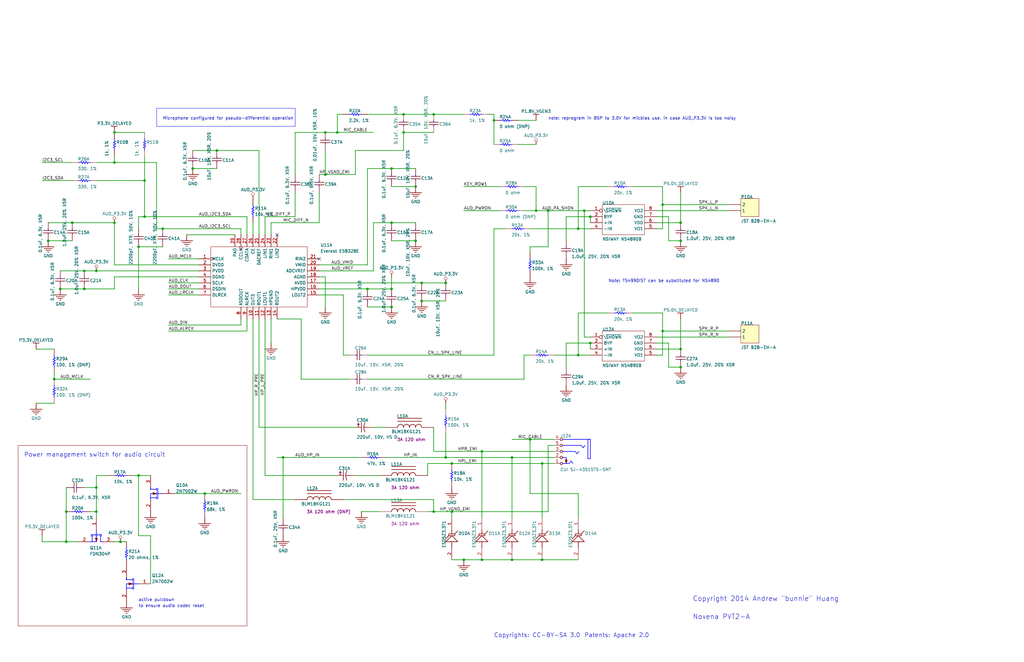
<source format=kicad_sch>
(kicad_sch (version 20230121) (generator eeschema)
  (paper "B")
  (junction (at 48.26 68.58))
  (junction (at 182.88 215.9))
  (junction (at 287.02 147.32))
  (junction (at 182.88 48.26))
  (junction (at 231.14 88.9))
  (junction (at 165.1 121.92))
  (junction (at 50.8 228.6))
  (junction (at 137.16 73.66))
  (junction (at 246.38 88.9))
  (junction (at 187.96 193.04))
  (junction (at 279.4 86.36))
  (junction (at 81.28 71.12))
  (junction (at 165.1 71.12))
  (junction (at 177.8 127))
  (junction (at 40.64 114.3))
  (junction (at 243.84 149.86))
  (junction (at 48.26 93.98))
  (junction (at 170.18 55.88))
  (junction (at 68.58 96.52))
  (junction (at 48.26 55.88))
  (junction (at 91.44 63.5))
  (junction (at 165.1 129.54))
  (junction (at 195.58 236.22))
  (junction (at 20.32 101.6))
  (junction (at 226.06 88.9))
  (junction (at 30.48 93.98))
  (junction (at 248.92 91.44))
  (junction (at 287.02 101.6))
  (junction (at 142.24 55.88))
  (junction (at 137.16 55.88))
  (junction (at 40.64 205.74))
  (junction (at 203.2 190.5))
  (junction (at 170.18 48.26))
  (junction (at 223.52 185.42))
  (junction (at 208.28 50.8))
  (junction (at 22.86 160.02))
  (junction (at 190.5 215.9))
  (junction (at 190.5 195.58))
  (junction (at 228.6 195.58))
  (junction (at 165.1 93.98))
  (junction (at 287.02 93.98))
  (junction (at 60.96 91.44))
  (junction (at 58.42 200.66))
  (junction (at 215.9 193.04))
  (junction (at 40.64 215.9))
  (junction (at 154.94 121.92))
  (junction (at 86.36 208.28))
  (junction (at 243.84 96.52))
  (junction (at 60.96 76.2))
  (junction (at 215.9 236.22))
  (junction (at 177.8 119.38))
  (junction (at 27.94 228.6))
  (junction (at 228.6 236.22))
  (junction (at 119.38 193.04))
  (junction (at 25.4 121.92))
  (junction (at 187.96 119.38))
  (junction (at 175.26 78.74))
  (junction (at 287.02 154.94))
  (junction (at 175.26 101.6))
  (junction (at 35.56 114.3))
  (junction (at 203.2 236.22))
  (junction (at 35.56 121.92))
  (junction (at 27.94 215.9))
  (junction (at 58.42 104.14))
  (junction (at 279.4 139.7))
  (junction (at 248.92 144.78))
  (no_connect (at 116.84 99.06))
  (no_connect (at 134.62 109.22))
  (wire (pts (xy 124.46 91.44) (xy 124.46 81.28)) (stroke (width 0.254)))
  (wire (pts (xy 48.26 93.98) (xy 30.48 93.98)) (stroke (width 0.254)))
  (wire (pts (xy 144.78 124.46) (xy 144.78 149.86)) (stroke (width 0.254)))
  (wire (pts (xy 287.02 93.98) (xy 276.86 93.98)) (stroke (width 0.254)))
  (wire (pts (xy 35.56 114.3) (xy 25.4 114.3)) (stroke (width 0.254)))
  (wire (pts (xy 48.26 228.6) (xy 50.8 228.6)) (stroke (width 0.254)))
  (wire (pts (xy 134.62 93.98) (xy 134.62 81.28)) (stroke (width 0.254)))
  (wire (pts (xy 248.92 144.78) (xy 238.76 144.78)) (stroke (width 0.254)))
  (wire (pts (xy 152.4 193.04) (xy 119.38 193.04)) (stroke (width 0.254)))
  (wire (pts (xy 134.62 119.38) (xy 177.8 119.38)) (stroke (width 0.254)))
  (wire (pts (xy 203.2 218.44) (xy 203.2 190.5)) (stroke (width 0.254)))
  (wire (pts (xy 154.94 149.86) (xy 208.28 149.86)) (stroke (width 0.254)))
  (wire (pts (xy 248.92 91.44) (xy 238.76 91.44)) (stroke (width 0.254)))
  (wire (pts (xy 48.26 68.58) (xy 66.04 68.58)) (stroke (width 0.254)))
  (wire (pts (xy 203.2 236.22) (xy 195.58 236.22)) (stroke (width 0.254)))
  (wire (pts (xy 231.14 88.9) (xy 246.38 88.9)) (stroke (width 0.254)))
  (wire (pts (xy 137.16 63.5) (xy 137.16 73.66)) (stroke (width 0.254)))
  (wire (pts (xy 246.38 88.9) (xy 248.92 88.9)) (stroke (width 0.254)))
  (wire (pts (xy 165.1 71.12) (xy 175.26 71.12)) (stroke (width 0.254)))
  (wire (pts (xy 101.6 137.16) (xy 101.6 134.62)) (stroke (width 0.254)))
  (wire (pts (xy 220.98 149.86) (xy 223.52 149.86)) (stroke (width 0.254)))
  (wire (pts (xy 281.94 101.6) (xy 287.02 101.6)) (stroke (width 0.254)))
  (wire (pts (xy 208.28 48.26) (xy 205.74 48.26)) (stroke (width 0.254)))
  (wire (pts (xy 223.52 106.68) (xy 223.52 104.14)) (stroke (width 0.254)))
  (wire (pts (xy 17.78 76.2) (xy 30.48 76.2)) (stroke (width 0.254)))
  (wire (pts (xy 48.26 116.84) (xy 48.26 121.92)) (stroke (width 0.254)))
  (wire (pts (xy 281.94 91.44) (xy 281.94 101.6)) (stroke (width 0.254)))
  (wire (pts (xy 223.52 185.42) (xy 223.52 208.28)) (stroke (width 0.254)))
  (wire (pts (xy 63.5 226.06) (xy 63.5 246.38)) (stroke (width 0.254)))
  (wire (pts (xy 187.96 170.18) (xy 187.96 172.72)) (stroke (width 0.254)))
  (wire (pts (xy 134.62 124.46) (xy 144.78 124.46)) (stroke (width 0.254)))
  (wire (pts (xy 228.6 195.58) (xy 233.68 195.58)) (stroke (width 0.254)))
  (wire (pts (xy 228.6 236.22) (xy 215.9 236.22)) (stroke (width 0.254)))
  (wire (pts (xy 30.48 93.98) (xy 20.32 93.98)) (stroke (width 0.254)))
  (wire (pts (xy 154.94 121.92) (xy 165.1 121.92)) (stroke (width 0.254)))
  (wire (pts (xy 50.8 228.6) (xy 53.34 228.6)) (stroke (width 0.254)))
  (wire (pts (xy 144.78 48.26) (xy 142.24 48.26)) (stroke (width 0.254)))
  (wire (pts (xy 165.1 101.6) (xy 175.26 101.6)) (stroke (width 0.254)))
  (wire (pts (xy 101.6 96.52) (xy 101.6 99.06)) (stroke (width 0.254)))
  (wire (pts (xy 220.98 78.74) (xy 226.06 78.74)) (stroke (width 0.254)))
  (wire (pts (xy 276.86 144.78) (xy 281.94 144.78)) (stroke (width 0.254)))
  (wire (pts (xy 58.42 226.06) (xy 63.5 226.06)) (stroke (width 0.254)))
  (wire (pts (xy 266.7 132.08) (xy 279.4 132.08)) (stroke (width 0.254)))
  (wire (pts (xy 287.02 147.32) (xy 276.86 147.32)) (stroke (width 0.254)))
  (wire (pts (xy 40.64 215.9) (xy 38.1 215.9)) (stroke (width 0.254)))
  (wire (pts (xy 223.52 185.42) (xy 233.68 185.42)) (stroke (width 0.254)))
  (wire (pts (xy 134.62 114.3) (xy 157.48 114.3)) (stroke (width 0.254)))
  (wire (pts (xy 40.64 205.74) (xy 40.64 200.66)) (stroke (width 0.254)))
  (wire (pts (xy 27.94 228.6) (xy 17.78 228.6)) (stroke (width 0.254)))
  (wire (pts (xy 154.94 71.12) (xy 165.1 71.12)) (stroke (width 0.254)))
  (wire (pts (xy 48.26 55.88) (xy 60.96 55.88)) (stroke (width 0.254)))
  (wire (pts (xy 190.5 215.9) (xy 231.14 215.9)) (stroke (width 0.254)))
  (wire (pts (xy 182.88 48.26) (xy 195.58 48.26)) (stroke (width 0.254)))
  (wire (pts (xy 109.22 180.34) (xy 109.22 134.62)) (stroke (width 0.254)))
  (wire (pts (xy 106.68 134.62) (xy 106.68 210.82)) (stroke (width 0.254)))
  (wire (pts (xy 40.64 114.3) (xy 35.56 114.3)) (stroke (width 0.254)))
  (wire (pts (xy 279.4 139.7) (xy 307.34 139.7)) (stroke (width 0.254)))
  (wire (pts (xy 208.28 60.96) (xy 208.28 50.8)) (stroke (width 0.254)))
  (wire (pts (xy 142.24 55.88) (xy 157.48 55.88)) (stroke (width 0.254)))
  (wire (pts (xy 226.06 50.8) (xy 218.44 50.8)) (stroke (width 0.254)))
  (wire (pts (xy 170.18 55.88) (xy 182.88 55.88)) (stroke (width 0.254)))
  (wire (pts (xy 134.62 73.66) (xy 137.16 73.66)) (stroke (width 0.254)))
  (wire (pts (xy 279.4 86.36) (xy 307.34 86.36)) (stroke (width 0.254)))
  (wire (pts (xy 58.42 91.44) (xy 60.96 91.44)) (stroke (width 0.254)))
  (wire (pts (xy 177.8 127) (xy 187.96 127)) (stroke (width 0.254)))
  (wire (pts (xy 195.58 236.22) (xy 190.5 236.22)) (stroke (width 0.254)))
  (wire (pts (xy 40.64 215.9) (xy 40.64 205.74)) (stroke (width 0.254)))
  (wire (pts (xy 248.92 147.32) (xy 248.92 144.78)) (stroke (width 0.254)))
  (wire (pts (xy 137.16 129.54) (xy 137.16 116.84)) (stroke (width 0.254)))
  (wire (pts (xy 66.04 68.58) (xy 66.04 96.52)) (stroke (width 0.254)))
  (wire (pts (xy 276.86 142.24) (xy 307.34 142.24)) (stroke (width 0.254)))
  (wire (pts (xy 83.82 114.3) (xy 40.64 114.3)) (stroke (width 0.254)))
  (wire (pts (xy 279.4 149.86) (xy 276.86 149.86)) (stroke (width 0.254)))
  (wire (pts (xy 40.64 68.58) (xy 48.26 68.58)) (stroke (width 0.254)))
  (wire (pts (xy 134.62 121.92) (xy 154.94 121.92)) (stroke (width 0.254)))
  (wire (pts (xy 231.14 187.96) (xy 233.68 187.96)) (stroke (width 0.254)))
  (wire (pts (xy 71.12 109.22) (xy 83.82 109.22)) (stroke (width 0.254)))
  (wire (pts (xy 279.4 132.08) (xy 279.4 139.7)) (stroke (width 0.254)))
  (wire (pts (xy 119.38 193.04) (xy 119.38 218.44)) (stroke (width 0.254)))
  (wire (pts (xy 208.28 50.8) (xy 208.28 48.26)) (stroke (width 0.254)))
  (wire (pts (xy 111.76 200.66) (xy 142.24 200.66)) (stroke (width 0.254)))
  (wire (pts (xy 154.94 111.76) (xy 154.94 71.12)) (stroke (width 0.254)))
  (wire (pts (xy 48.26 121.92) (xy 35.56 121.92)) (stroke (width 0.254)))
  (wire (pts (xy 111.76 99.06) (xy 111.76 91.44)) (stroke (width 0.254)))
  (wire (pts (xy 195.58 78.74) (xy 210.82 78.74)) (stroke (width 0.254)))
  (wire (pts (xy 180.34 195.58) (xy 190.5 195.58)) (stroke (width 0.254)))
  (wire (pts (xy 182.88 215.9) (xy 190.5 215.9)) (stroke (width 0.254)))
  (wire (pts (xy 226.06 60.96) (xy 218.44 60.96)) (stroke (width 0.254)))
  (wire (pts (xy 182.88 210.82) (xy 182.88 215.9)) (stroke (width 0.254)))
  (wire (pts (xy 149.86 73.66) (xy 149.86 63.5)) (stroke (width 0.254)))
  (wire (pts (xy 48.26 111.76) (xy 48.26 93.98)) (stroke (width 0.254)))
  (wire (pts (xy 114.3 93.98) (xy 134.62 93.98)) (stroke (width 0.254)))
  (wire (pts (xy 243.84 78.74) (xy 256.54 78.74)) (stroke (width 0.254)))
  (wire (pts (xy 165.1 129.54) (xy 154.94 129.54)) (stroke (width 0.254)))
  (wire (pts (xy 165.1 78.74) (xy 175.26 78.74)) (stroke (width 0.254)))
  (wire (pts (xy 154.94 48.26) (xy 170.18 48.26)) (stroke (width 0.254)))
  (wire (pts (xy 187.96 193.04) (xy 215.9 193.04)) (stroke (width 0.254)))
  (wire (pts (xy 142.24 48.26) (xy 142.24 55.88)) (stroke (width 0.254)))
  (wire (pts (xy 281.94 154.94) (xy 287.02 154.94)) (stroke (width 0.254)))
  (wire (pts (xy 226.06 78.74) (xy 226.06 88.9)) (stroke (width 0.254)))
  (wire (pts (xy 180.34 200.66) (xy 180.34 195.58)) (stroke (width 0.254)))
  (wire (pts (xy 104.14 99.06) (xy 104.14 91.44)) (stroke (width 0.254)))
  (wire (pts (xy 223.52 104.14) (xy 231.14 104.14)) (stroke (width 0.254)))
  (wire (pts (xy 109.22 63.5) (xy 91.44 63.5)) (stroke (width 0.254)))
  (wire (pts (xy 71.12 121.92) (xy 83.82 121.92)) (stroke (width 0.254)))
  (wire (pts (xy 81.28 71.12) (xy 91.44 71.12)) (stroke (width 0.254)))
  (wire (pts (xy 215.9 193.04) (xy 233.68 193.04)) (stroke (width 0.254)))
  (wire (pts (xy 60.96 76.2) (xy 60.96 91.44)) (stroke (width 0.254)))
  (wire (pts (xy 223.52 208.28) (xy 243.84 208.28)) (stroke (width 0.254)))
  (wire (pts (xy 215.9 218.44) (xy 215.9 193.04)) (stroke (width 0.254)))
  (wire (pts (xy 27.94 205.74) (xy 27.94 215.9)) (stroke (width 0.254)))
  (wire (pts (xy 22.86 147.32) (xy 15.24 147.32)) (stroke (width 0.254)))
  (wire (pts (xy 190.5 218.44) (xy 190.5 215.9)) (stroke (width 0.254)))
  (wire (pts (xy 165.1 93.98) (xy 175.26 93.98)) (stroke (width 0.254)))
  (wire (pts (xy 162.56 193.04) (xy 187.96 193.04)) (stroke (width 0.254)))
  (wire (pts (xy 243.84 208.28) (xy 243.84 218.44)) (stroke (width 0.254)))
  (wire (pts (xy 66.04 96.52) (xy 68.58 96.52)) (stroke (width 0.254)))
  (wire (pts (xy 124.46 55.88) (xy 137.16 55.88)) (stroke (width 0.254)))
  (wire (pts (xy 208.28 96.52) (xy 213.36 96.52)) (stroke (width 0.254)))
  (wire (pts (xy 157.48 114.3) (xy 157.48 93.98)) (stroke (width 0.254)))
  (wire (pts (xy 266.7 78.74) (xy 279.4 78.74)) (stroke (width 0.254)))
  (wire (pts (xy 83.82 116.84) (xy 48.26 116.84)) (stroke (width 0.254)))
  (wire (pts (xy 208.28 149.86) (xy 208.28 96.52)) (stroke (width 0.254)))
  (wire (pts (xy 58.42 200.66) (xy 58.42 226.06)) (stroke (width 0.254)))
  (wire (pts (xy 114.3 134.62) (xy 114.3 144.78)) (stroke (width 0.254)))
  (wire (pts (xy 165.1 121.92) (xy 165.1 116.84)) (stroke (width 0.254)))
  (wire (pts (xy 231.14 215.9) (xy 231.14 187.96)) (stroke (width 0.254)))
  (wire (pts (xy 160.02 200.66) (xy 149.86 200.66)) (stroke (width 0.254)))
  (wire (pts (xy 233.68 190.5) (xy 203.2 190.5)) (stroke (width 0.254)))
  (wire (pts (xy 60.96 76.2) (xy 60.96 66.04)) (stroke (width 0.254)))
  (wire (pts (xy 215.9 236.22) (xy 203.2 236.22)) (stroke (width 0.254)))
  (wire (pts (xy 33.02 228.6) (xy 27.94 228.6)) (stroke (width 0.254)))
  (wire (pts (xy 220.98 160.02) (xy 220.98 149.86)) (stroke (width 0.254)))
  (wire (pts (xy 149.86 63.5) (xy 170.18 63.5)) (stroke (width 0.254)))
  (wire (pts (xy 55.88 200.66) (xy 58.42 200.66)) (stroke (width 0.254)))
  (wire (pts (xy 106.68 99.06) (xy 106.68 93.98)) (stroke (width 0.254)))
  (wire (pts (xy 160.02 215.9) (xy 152.4 215.9)) (stroke (width 0.254)))
  (wire (pts (xy 40.64 200.66) (xy 45.72 200.66)) (stroke (width 0.254)))
  (wire (pts (xy 144.78 149.86) (xy 147.32 149.86)) (stroke (width 0.254)))
  (wire (pts (xy 154.94 160.02) (xy 220.98 160.02)) (stroke (width 0.254)))
  (wire (pts (xy 233.68 149.86) (xy 243.84 149.86)) (stroke (width 0.254)))
  (wire (pts (xy 279.4 86.36) (xy 279.4 96.52)) (stroke (width 0.254)))
  (wire (pts (xy 182.88 190.5) (xy 182.88 180.34)) (stroke (width 0.254)))
  (wire (pts (xy 104.14 139.7) (xy 71.12 139.7)) (stroke (width 0.254)))
  (wire (pts (xy 127 160.02) (xy 147.32 160.02)) (stroke (width 0.254)))
  (wire (pts (xy 20.32 101.6) (xy 30.48 101.6)) (stroke (width 0.254)))
  (wire (pts (xy 124.46 73.66) (xy 124.46 55.88)) (stroke (width 0.254)))
  (wire (pts (xy 215.9 185.42) (xy 223.52 185.42)) (stroke (width 0.254)))
  (wire (pts (xy 220.98 88.9) (xy 226.06 88.9)) (stroke (width 0.254)))
  (wire (pts (xy 86.36 208.28) (xy 101.6 208.28)) (stroke (width 0.254)))
  (wire (pts (xy 106.68 210.82) (xy 124.46 210.82)) (stroke (width 0.254)))
  (wire (pts (xy 228.6 236.22) (xy 243.84 236.22)) (stroke (width 0.254)))
  (wire (pts (xy 58.42 200.66) (xy 63.5 200.66)) (stroke (width 0.254)))
  (wire (pts (xy 243.84 149.86) (xy 243.84 132.08)) (stroke (width 0.254)))
  (wire (pts (xy 187.96 182.88) (xy 187.96 193.04)) (stroke (width 0.254)))
  (wire (pts (xy 22.86 160.02) (xy 38.1 160.02)) (stroke (width 0.254)))
  (wire (pts (xy 157.48 93.98) (xy 165.1 93.98)) (stroke (width 0.254)))
  (wire (pts (xy 22.86 157.48) (xy 22.86 160.02)) (stroke (width 0.254)))
  (wire (pts (xy 238.76 91.44) (xy 238.76 101.6)) (stroke (width 0.254)))
  (wire (pts (xy 68.58 96.52) (xy 101.6 96.52)) (stroke (width 0.254)))
  (wire (pts (xy 73.66 208.28) (xy 86.36 208.28)) (stroke (width 0.254)))
  (wire (pts (xy 170.18 63.5) (xy 170.18 55.88)) (stroke (width 0.254)))
  (wire (pts (xy 83.82 111.76) (xy 48.26 111.76)) (stroke (width 0.254)))
  (wire (pts (xy 71.12 119.38) (xy 83.82 119.38)) (stroke (width 0.254)))
  (wire (pts (xy 40.64 218.44) (xy 40.64 215.9)) (stroke (width 0.254)))
  (wire (pts (xy 111.76 134.62) (xy 111.76 200.66)) (stroke (width 0.254)))
  (wire (pts (xy 243.84 96.52) (xy 243.84 78.74)) (stroke (width 0.254)))
  (wire (pts (xy 137.16 116.84) (xy 134.62 116.84)) (stroke (width 0.254)))
  (wire (pts (xy 119.38 193.04) (xy 116.84 193.04)) (stroke (width 0.254)))
  (wire (pts (xy 27.94 215.9) (xy 27.94 228.6)) (stroke (width 0.254)))
  (wire (pts (xy 91.44 63.5) (xy 81.28 63.5)) (stroke (width 0.254)))
  (wire (pts (xy 279.4 78.74) (xy 279.4 86.36)) (stroke (width 0.254)))
  (wire (pts (xy 223.52 96.52) (xy 243.84 96.52)) (stroke (width 0.254)))
  (wire (pts (xy 116.84 134.62) (xy 127 134.62)) (stroke (width 0.254)))
  (wire (pts (xy 228.6 218.44) (xy 228.6 195.58)) (stroke (width 0.254)))
  (wire (pts (xy 104.14 91.44) (xy 60.96 91.44)) (stroke (width 0.254)))
  (wire (pts (xy 99.06 99.06) (xy 78.74 99.06)) (stroke (width 0.254)))
  (wire (pts (xy 287.02 134.62) (xy 287.02 147.32)) (stroke (width 0.254)))
  (wire (pts (xy 149.86 180.34) (xy 109.22 180.34)) (stroke (width 0.254)))
  (wire (pts (xy 40.64 76.2) (xy 60.96 76.2)) (stroke (width 0.254)))
  (wire (pts (xy 58.42 104.14) (xy 68.58 104.14)) (stroke (width 0.254)))
  (wire (pts (xy 248.92 93.98) (xy 248.92 91.44)) (stroke (width 0.254)))
  (wire (pts (xy 281.94 144.78) (xy 281.94 154.94)) (stroke (width 0.254)))
  (wire (pts (xy 15.24 170.18) (xy 22.86 170.18)) (stroke (width 0.254)))
  (wire (pts (xy 111.76 91.44) (xy 124.46 91.44)) (stroke (width 0.254)))
  (wire (pts (xy 248.92 142.24) (xy 246.38 142.24)) (stroke (width 0.254)))
  (wire (pts (xy 35.56 121.92) (xy 25.4 121.92)) (stroke (width 0.254)))
  (wire (pts (xy 134.62 111.76) (xy 154.94 111.76)) (stroke (width 0.254)))
  (wire (pts (xy 203.2 190.5) (xy 182.88 190.5)) (stroke (width 0.254)))
  (wire (pts (xy 276.86 91.44) (xy 281.94 91.44)) (stroke (width 0.254)))
  (wire (pts (xy 287.02 81.28) (xy 287.02 93.98)) (stroke (width 0.254)))
  (wire (pts (xy 170.18 48.26) (xy 182.88 48.26)) (stroke (width 0.254)))
  (wire (pts (xy 71.12 124.46) (xy 83.82 124.46)) (stroke (width 0.254)))
  (wire (pts (xy 231.14 104.14) (xy 231.14 88.9)) (stroke (width 0.254)))
  (wire (pts (xy 243.84 149.86) (xy 248.92 149.86)) (stroke (width 0.254)))
  (wire (pts (xy 17.78 68.58) (xy 30.48 68.58)) (stroke (width 0.254)))
  (wire (pts (xy 144.78 210.82) (xy 182.88 210.82)) (stroke (width 0.254)))
  (wire (pts (xy 114.3 99.06) (xy 114.3 93.98)) (stroke (width 0.254)))
  (wire (pts (xy 177.8 119.38) (xy 187.96 119.38)) (stroke (width 0.254)))
  (wire (pts (xy 109.22 99.06) (xy 109.22 63.5)) (stroke (width 0.254)))
  (wire (pts (xy 104.14 134.62) (xy 104.14 139.7)) (stroke (width 0.254)))
  (wire (pts (xy 58.42 96.52) (xy 58.42 91.44)) (stroke (width 0.254)))
  (wire (pts (xy 190.5 195.58) (xy 228.6 195.58)) (stroke (width 0.254)))
  (wire (pts (xy 238.76 144.78) (xy 238.76 154.94)) (stroke (width 0.254)))
  (wire (pts (xy 157.48 180.34) (xy 162.56 180.34)) (stroke (width 0.254)))
  (wire (pts (xy 226.06 88.9) (xy 231.14 88.9)) (stroke (width 0.254)))
  (wire (pts (xy 279.4 139.7) (xy 279.4 149.86)) (stroke (width 0.254)))
  (wire (pts (xy 71.12 137.16) (xy 101.6 137.16)) (stroke (width 0.254)))
  (wire (pts (xy 35.56 205.74) (xy 40.64 205.74)) (stroke (width 0.254)))
  (wire (pts (xy 279.4 96.52) (xy 276.86 96.52)) (stroke (width 0.254)))
  (wire (pts (xy 243.84 132.08) (xy 256.54 132.08)) (stroke (width 0.254)))
  (wire (pts (xy 127 134.62) (xy 127 160.02)) (stroke (width 0.254)))
  (wire (pts (xy 58.42 104.14) (xy 58.42 121.92)) (stroke (width 0.254)))
  (wire (pts (xy 195.58 88.9) (xy 210.82 88.9)) (stroke (width 0.254)))
  (wire (pts (xy 246.38 142.24) (xy 246.38 88.9)) (stroke (width 0.254)))
  (wire (pts (xy 137.16 73.66) (xy 149.86 73.66)) (stroke (width 0.254)))
  (wire (pts (xy 276.86 88.9) (xy 307.34 88.9)) (stroke (width 0.254)))
  (wire (pts (xy 17.78 228.6) (xy 17.78 226.06)) (stroke (width 0.254)))
  (wire (pts (xy 243.84 96.52) (xy 248.92 96.52)) (stroke (width 0.254)))
  (wire (pts (xy 180.34 215.9) (xy 182.88 215.9)) (stroke (width 0.254)))
  (wire (pts (xy 137.16 55.88) (xy 142.24 55.88)) (stroke (width 0.254)))
  (wire (pts (xy 48.26 68.58) (xy 48.26 66.04)) (stroke (width 0.254)))
  (rectangle (start 104.14 187.96) (end 7.62 264.16) (stroke (width 0) (color 128 0 0 1)))
  (rectangle (start 124.46 45.72) (end 66.04 53.34) (stroke (width 0) (color 0 0 255 1)))
  (text "Novena PVT2-A" (at 292.1 261.62 0) (effects (font (size 2.032 2.032)) (justify left bottom)))
  (text "Power management switch for audio circuit" (at 10.16 193.04 0) (effects (font (size 1.778 1.778)) (justify left bottom)))
  (text "Copyright 2014 Andrew \"bunnie\" Huang" (at 292.1 254 0) (effects (font (size 2.032 2.032)) (justify left bottom)))
  (text "Note: TS4990IST can be substituted for NS4890" (at 256.54 119.38 0) (effects (font (size 1.27 1.27)) (justify left bottom)))
  (text "Patents: Apache 2.0" (at 246.38 269.24 0) (effects (font (size 1.778 1.778)) (justify left bottom)))
  (text "Microphone configured for pseudo-differential operation" (at 68.58 50.8 0) (effects (font (size 1.27 1.27)) (justify left bottom)))
  (text "active pulldown" (at 58.42 254 0) (effects (font (size 1.27 1.27)) (justify left bottom)))
  (text "to ensure audio codec reset" (at 58.42 256.54 0) (effects (font (size 1.27 1.27)) (justify left bottom)))
  (text "Copyrights: CC-BY-SA 3.0" (at 208.28 269.24 0) (effects (font (size 1.778 1.778)) (justify left bottom)))
  (text "note: reprogram in BSP to 3.0V for micbias use, in case AUD_P3.3V is too noisy" (at 231.14 50.8 0) (effects (font (size 1.27 1.27)) (justify left bottom)))
  (label "AUD_VMID" (at 139.7 111.76 0))
  (label "CN_R_SPK_LINE" (at 180.34 160.02 0))
  (label "MIC_CABLE" (at 218.44 185.42 0))
  (label "AUD_DOUT" (at 71.12 121.92 0))
  (label "AUD_PA_SHDN" (at 228.6 88.9 0))
  (label "HP_R_PRE" (at 109.22 157.48 270))
  (label "AUD_DIN" (at 71.12 137.16 0))
  (label "AUD_MCLK" (at 71.12 109.22 0))
  (label "MIC_DIFF_N" (at 119.38 93.98 0))
  (label "SPK_L_P" (at 294.64 86.36 0))
  (label "HP_L_PRE" (at 111.76 157.48 270))
  (label "AUD_ALRCK" (at 71.12 139.7 0))
  (label "AUD_VREF" (at 139.7 114.3 0))
  (label "AUD_I2C3_SDA" (at 83.82 91.44 0))
  (label "AUD_CLK" (at 71.12 119.38 0))
  (label "AUD_PWRON" (at 88.9 208.28 0))
  (label "HP_VGND_EMI" (at 185.42 215.9 0))
  (label "HPL_EMI" (at 193.04 195.58 0))
  (label "MIC_CABLE" (at 144.78 55.88 0))
  (label "AUD_MCLK" (at 25.4 160.02 0))
  (label "AUD_LRCLK" (at 71.12 124.46 0))
  (label "SPK_R_N" (at 294.64 142.24 0))
  (label "HP_VGND_EMI" (at 134.62 73.66 0))
  (label "AUD_PWRON" (at 195.58 88.9 0))
  (label "HPR_EMI" (at 193.04 190.5 0))
  (label "MIC_DIFF_P" (at 111.76 91.44 0))
  (label "AUD_I2C3_SCL" (at 83.82 96.52 0))
  (label "KEY_ROW1" (at 195.58 78.74 0))
  (label "I2C3_SCL" (at 17.78 68.58 0))
  (label "SPK_L_N" (at 294.64 88.9 0))
  (label "CN_L_SPK_LINE" (at 180.34 149.86 0))
  (label "I2C3_SDA" (at 17.78 76.2 0))
  (label "AUD_HP_IN" (at 124.46 193.04 0))
  (label "SPK_R_P" (at 294.64 139.7 0))
  (label "HP_IN" (at 170.18 193.04 0))
  (symbol (lib_id "novena_pvt2_KiCAD-altium-import:14audio_1_Cap Semi") (at 78.74 68.58 0) (unit 1)
    (property "Reference" "C10A" (at 83.566 68.326 0) (effects (justify left bottom)))
    (property "Value" "0.1uF, 6.3V, X5R" (at 78.74 76.2 90) (effects (justify left bottom)))
    (property "Footprint" "CAPC0603N_B" (effects hide))
    (property "PUBLISHED" "8-Jun-2000" (effects hide))
    (property "LATESTREVISIONDATE" "17-Jul-2002" (effects hide))
    (property "LATESTREVISIONNOTE" "Re-released for DXP Platform." (effects hide))
    (property "PACKAGEREFERENCE" "C1206" (effects hide))
    (property "PUBLISHER" "Altium Limited" (effects hide))
  )
  (symbol (lib_id "novena_pvt2_KiCAD-altium-import:GND") (at 238.76 162.56 0) (unit 1)
    (property "Reference" "#PWR?" (effects hide))
    (property "Value" "GND" (at 238.76 168.91 0))
  )
  (symbol (lib_id "novena_pvt2_KiCAD-altium-import:P1.8V_VGEN3") (at 226.06 50.8 180) (unit 1)
    (property "Reference" "#PWR?" (effects hide))
    (property "Value" "P1.8V_VGEN3" (at 226.06 46.99 0))
  )
  (symbol (lib_id "novena_pvt2_KiCAD-altium-import:14audio_0_Everest_ES8328") (at 88.9 109.22 0) (unit 1)
    (property "Reference" "U11A" (at 135.128 104.14 0) (effects (justify left bottom)))
    (property "Value" "Everest ES8328E" (at 135.128 106.68 0) (effects (justify left bottom)))
    (property "Footprint" "QFN50P500X500-28V1N" (effects hide))
  )
  (symbol (lib_id "novena_pvt2_KiCAD-altium-import:GND") (at 81.28 71.12 0) (unit 1)
    (property "Reference" "#PWR?" (effects hide))
    (property "Value" "GND" (at 81.28 77.47 0))
  )
  (symbol (lib_id "novena_pvt2_KiCAD-altium-import:14audio_0_Cap Semi") (at 149.86 157.48 0) (unit 1)
    (property "Reference" "C28A" (at 149.606 157.734 0) (effects (justify left bottom)))
    (property "Value" "10uF, 10V, X5R, 20%" (at 149.606 164.846 0) (effects (justify left bottom)))
    (property "Footprint" "CAPC1608N" (effects hide))
    (property "PUBLISHED" "8-Jun-2000" (effects hide))
    (property "LATESTREVISIONDATE" "17-Jul-2002" (effects hide))
    (property "LATESTREVISIONNOTE" "Re-released for DXP Platform." (effects hide))
    (property "PACKAGEREFERENCE" "C1206" (effects hide))
    (property "PUBLISHER" "Altium Limited" (effects hide))
  )
  (symbol (lib_id "novena_pvt2_KiCAD-altium-import:GND") (at 190.5 205.74 0) (unit 1)
    (property "Reference" "#PWR?" (effects hide))
    (property "Value" "GND" (at 190.5 212.09 0))
  )
  (symbol (lib_id "novena_pvt2_KiCAD-altium-import:14audio_2_Phonejack4 TN") (at 246.38 195.58 0) (unit 1)
    (property "Reference" "J12A" (at 236.22 184.658 0) (effects (justify left bottom)))
    (property "Value" "CUI SJ-43515TS-SMT" (at 236.22 198.882 0) (effects (justify left bottom)))
    (property "Footprint" "CUI_SJ_43515TS-SMT" (effects hide))
    (property "PUBLISHED" "15-Jul-2004" (effects hide))
    (property "DATASHEETDOCUMENT" "2003" (effects hide))
    (property "PACKAGEDOCUMENT" "2003" (effects hide))
    (property "PACKAGEREFERENCE" "S1VS_SSB" (effects hide))
    (property "PUBLISHER" "Altium Limited" (effects hide))
    (property "COMPONENTLINK1DESCRIPTION" "Manufacturer Link" (effects hide))
    (property "COMPONENTLINK1URL" "http://www.cliffuk.co.uk/" (effects hide))
    (property "PCB_LAYOUT" "Complies with manufacturer's recommendation." (effects hide))
    (property "DRILLANDSLOTSIZE" "Corresponds to nominal value." (effects hide))
  )
  (symbol (lib_id "novena_pvt2_KiCAD-altium-import:14audio_0_Res1") (at 210.82 58.42 0) (unit 1)
    (property "Reference" "R25A" (at 210.566 60.198 0) (effects (justify left bottom)))
    (property "Value" "0 ohm" (at 210.566 64.262 0) (effects (justify left bottom)))
    (property "Footprint" "RESC1005N" (effects hide))
    (property "PUBLISHED" "8-Jun-2000" (effects hide))
    (property "LATESTREVISIONDATE" "17-Jul-2002" (effects hide))
    (property "LATESTREVISIONNOTE" "Re-released for DXP Platform." (effects hide))
    (property "PACKAGEREFERENCE" "AXIAL-0.3" (effects hide))
    (property "PUBLISHER" "Altium Limited" (effects hide))
    (property "ALTIUM_VALUE" "100k" (effects hide))
  )
  (symbol (lib_id "novena_pvt2_KiCAD-altium-import:14audio_1_Res1") (at 220.98 114.3 0) (unit 1)
    (property "Reference" "R33A" (at 224.282 111.506 0) (effects (justify left bottom)))
    (property "Value" "100k, 1%" (at 224.282 114.046 0) (effects (justify left bottom)))
    (property "Footprint" "RESC1005N" (effects hide))
    (property "PUBLISHED" "8-Jun-2000" (effects hide))
    (property "LATESTREVISIONDATE" "17-Jul-2002" (effects hide))
    (property "LATESTREVISIONNOTE" "Re-released for DXP Platform." (effects hide))
    (property "PACKAGEREFERENCE" "AXIAL-0.3" (effects hide))
    (property "PUBLISHER" "Altium Limited" (effects hide))
    (property "ALTIUM_VALUE" "100k" (effects hide))
  )
  (symbol (lib_id "novena_pvt2_KiCAD-altium-import:AUD_P3.3V") (at 165.1 116.84 180) (unit 1)
    (property "Reference" "#PWR?" (effects hide))
    (property "Value" "AUD_P3.3V" (at 165.1 113.03 0))
  )
  (symbol (lib_id "novena_pvt2_KiCAD-altium-import:GND") (at 20.32 101.6 0) (unit 1)
    (property "Reference" "#PWR?" (effects hide))
    (property "Value" "GND" (at 20.32 107.95 0))
  )
  (symbol (lib_id "novena_pvt2_KiCAD-altium-import:14audio_0_NSIWAY_NS4890") (at 254 88.9 0) (unit 1)
    (property "Reference" "U10A" (at 254 86.36 0) (effects (justify left bottom)))
    (property "Value" "NSIWAY NS4890B" (at 254 101.6 0) (effects (justify left bottom)))
    (property "Footprint" "MSOP8" (effects hide))
  )
  (symbol (lib_id "novena_pvt2_KiCAD-altium-import:14audio_0_mirrored_MOSFET-N") (at 68.58 205.74 0) (unit 1)
    (property "Reference" "Q10A" (at 74.168 205.486 0) (effects (justify left bottom)))
    (property "Value" "2N7002W" (at 74.168 208.026 0) (effects (justify left bottom)))
    (property "Footprint" "SOT323-3AN" (effects hide))
    (property "PUBLISHED" "8-Jun-2000" (effects hide))
    (property "LATESTREVISIONDATE" "17-Jul-2002" (effects hide))
    (property "LATESTREVISIONNOTE" "Re-released for DXP Platform." (effects hide))
    (property "PACKAGEVERSION" "1995/1996" (effects hide))
    (property "PACKAGEREFERENCE" "E3" (effects hide))
    (property "PUBLISHER" "Altium Limited" (effects hide))
  )
  (symbol (lib_id "novena_pvt2_KiCAD-altium-import:14audio_1_Cap Semi") (at 167.64 53.34 0) (unit 1)
    (property "Reference" "C35A" (at 172.466 53.086 0) (effects (justify left bottom)))
    (property "Value" "0.1uF, 6.3V, X5R" (at 167.64 60.96 90) (effects (justify left bottom)))
    (property "Footprint" "CAPC0603N_B" (effects hide))
    (property "PUBLISHED" "8-Jun-2000" (effects hide))
    (property "LATESTREVISIONDATE" "17-Jul-2002" (effects hide))
    (property "LATESTREVISIONNOTE" "Re-released for DXP Platform." (effects hide))
    (property "PACKAGEREFERENCE" "C1206" (effects hide))
    (property "PUBLISHER" "Altium Limited" (effects hide))
  )
  (symbol (lib_id "novena_pvt2_KiCAD-altium-import:14audio_2_Res1") (at 264.16 134.62 0) (unit 1)
    (property "Reference" "R13A" (at 258.826 131.318 0) (effects (justify left bottom)))
    (property "Value" "20k, 1%" (at 258.826 135.382 0) (effects (justify left bottom)))
    (property "Footprint" "RESC1005N" (effects hide))
    (property "PUBLISHED" "8-Jun-2000" (effects hide))
    (property "LATESTREVISIONDATE" "17-Jul-2002" (effects hide))
    (property "LATESTREVISIONNOTE" "Re-released for DXP Platform." (effects hide))
    (property "PACKAGEREFERENCE" "AXIAL-0.3" (effects hide))
    (property "PUBLISHER" "Altium Limited" (effects hide))
    (property "ALTIUM_VALUE" "100k" (effects hide))
  )
  (symbol (lib_id "novena_pvt2_KiCAD-altium-import:14audio_0_Res1") (at 213.36 76.2 0) (unit 1)
    (property "Reference" "R28A" (at 213.106 77.978 0) (effects (justify left bottom)))
    (property "Value" "0 ohm" (at 213.106 82.042 0) (effects (justify left bottom)))
    (property "Footprint" "RESC1005N" (effects hide))
    (property "PUBLISHED" "8-Jun-2000" (effects hide))
    (property "LATESTREVISIONDATE" "17-Jul-2002" (effects hide))
    (property "LATESTREVISIONNOTE" "Re-released for DXP Platform." (effects hide))
    (property "PACKAGEREFERENCE" "AXIAL-0.3" (effects hide))
    (property "PUBLISHER" "Altium Limited" (effects hide))
    (property "ALTIUM_VALUE" "100k" (effects hide))
  )
  (symbol (lib_id "novena_pvt2_KiCAD-altium-import:14audio_1_Tranzorb") (at 187.96 231.14 0) (unit 1)
    (property "Reference" "D10A" (at 193.294 225.806 0) (effects (justify left bottom)))
    (property "Value" "ESD5Z3.3T1" (at 187.96 231.14 90) (effects (justify left bottom)))
    (property "Footprint" "SOD-523" (effects hide))
    (property "PUBLISHED" "24-Mar-1999" (effects hide))
    (property "LATESTREVISIONDATE" "17-Jul-2002" (effects hide))
    (property "LATESTREVISIONNOTE" "Re-released for DXP Platform." (effects hide))
    (property "PACKAGEREFERENCE" "DO-7" (effects hide))
    (property "PUBLISHER" "Altium Limited" (effects hide))
  )
  (symbol (lib_id "novena_pvt2_KiCAD-altium-import:14audio_0_Inductor Iron") (at 167.64 177.8 0) (unit 1)
    (property "Reference" "L10A" (at 167.386 176.276 0) (effects (justify left bottom)))
    (property "Value" "BLM18KG121" (at 165.1 182.88 0) (effects (justify left bottom)))
    (property "PUBLISHED" "24-Mar-1999" (effects hide))
    (property "LATESTREVISIONDATE" "17-Jul-2002" (effects hide))
    (property "LATESTREVISIONNOTE" "Re-released for DXP Platform." (effects hide))
    (property "PACKAGEREFERENCE" "AXIAL-0.9" (effects hide))
    (property "PUBLISHER" "Altium Limited" (effects hide))
    (property "ALTIUM_VALUE" "3A 120 ohm" (at 167.386 186.182 0) (effects (justify left bottom)))
  )
  (symbol (lib_id "novena_pvt2_KiCAD-altium-import:GND") (at 119.38 226.06 0) (unit 1)
    (property "Reference" "#PWR?" (effects hide))
    (property "Value" "GND" (at 119.38 232.41 0))
  )
  (symbol (lib_id "novena_pvt2_KiCAD-altium-import:14audio_0_Res1") (at 147.32 45.72 0) (unit 1)
    (property "Reference" "R22A" (at 147.066 47.498 0) (effects (justify left bottom)))
    (property "Value" "2.2k, 1%" (at 147.066 51.562 0) (effects (justify left bottom)))
    (property "Footprint" "RESC1005N" (effects hide))
    (property "PUBLISHED" "8-Jun-2000" (effects hide))
    (property "LATESTREVISIONDATE" "17-Jul-2002" (effects hide))
    (property "LATESTREVISIONNOTE" "Re-released for DXP Platform." (effects hide))
    (property "PACKAGEREFERENCE" "AXIAL-0.3" (effects hide))
    (property "PUBLISHER" "Altium Limited" (effects hide))
    (property "ALTIUM_VALUE" "100k" (effects hide))
  )
  (symbol (lib_id "novena_pvt2_KiCAD-altium-import:14audio_1_Cap Semi") (at 121.92 78.74 0) (unit 1)
    (property "Reference" "C38A" (at 126.746 78.486 0) (effects (justify left bottom)))
    (property "Value" "0.1uF, 6.3V, X5R" (at 121.92 86.36 90) (effects (justify left bottom)))
    (property "Footprint" "CAPC0603N_B" (effects hide))
    (property "PUBLISHED" "8-Jun-2000" (effects hide))
    (property "LATESTREVISIONDATE" "17-Jul-2002" (effects hide))
    (property "LATESTREVISIONNOTE" "Re-released for DXP Platform." (effects hide))
    (property "PACKAGEREFERENCE" "C1206" (effects hide))
    (property "PUBLISHER" "Altium Limited" (effects hide))
  )
  (symbol (lib_id "novena_pvt2_KiCAD-altium-import:14audio_1_Cap Semi") (at 22.86 119.38 0) (unit 1)
    (property "Reference" "C20A" (at 27.686 119.126 0) (effects (justify left bottom)))
    (property "Value" "0.1uF, 6.3V, X5R" (at 22.86 127 90) (effects (justify left bottom)))
    (property "Footprint" "CAPC0603N_B" (effects hide))
    (property "PUBLISHED" "8-Jun-2000" (effects hide))
    (property "LATESTREVISIONDATE" "17-Jul-2002" (effects hide))
    (property "LATESTREVISIONNOTE" "Re-released for DXP Platform." (effects hide))
    (property "PACKAGEREFERENCE" "C1206" (effects hide))
    (property "PUBLISHER" "Altium Limited" (effects hide))
  )
  (symbol (lib_id "novena_pvt2_KiCAD-altium-import:GND") (at 195.58 236.22 0) (unit 1)
    (property "Reference" "#PWR?" (effects hide))
    (property "Value" "GND" (at 195.58 242.57 0))
  )
  (symbol (lib_id "novena_pvt2_KiCAD-altium-import:14audio_1_Cap Semi") (at 284.48 99.06 0) (unit 1)
    (property "Reference" "C18A" (at 289.306 98.806 0) (effects (justify left bottom)))
    (property "Value" "1.0uF, 25V, 20% X5R" (at 289.306 101.346 0) (effects (justify left bottom)))
    (property "PUBLISHED" "8-Jun-2000" (effects hide))
    (property "LATESTREVISIONDATE" "17-Jul-2002" (effects hide))
    (property "LATESTREVISIONNOTE" "Re-released for DXP Platform." (effects hide))
    (property "PACKAGEREFERENCE" "C1206" (effects hide))
    (property "PUBLISHER" "Altium Limited" (effects hide))
  )
  (symbol (lib_id "novena_pvt2_KiCAD-altium-import:GND") (at 175.26 78.74 0) (unit 1)
    (property "Reference" "#PWR?" (effects hide))
    (property "Value" "GND" (at 175.26 85.09 0))
  )
  (symbol (lib_id "novena_pvt2_KiCAD-altium-import:14audio_1_Cap Semi") (at 66.04 101.6 0) (unit 1)
    (property "Reference" "C41A" (at 70.866 101.346 0) (effects (justify left bottom)))
    (property "Value" "2200pF, X7R, 50V, 10%" (at 66.04 111.76 90) (effects (justify left bottom)))
    (property "Footprint" "CAPC1005N" (effects hide))
    (property "PUBLISHED" "8-Jun-2000" (effects hide))
    (property "LATESTREVISIONDATE" "17-Jul-2002" (effects hide))
    (property "LATESTREVISIONNOTE" "Re-released for DXP Platform." (effects hide))
    (property "PACKAGEREFERENCE" "C1206" (effects hide))
    (property "PUBLISHER" "Altium Limited" (effects hide))
  )
  (symbol (lib_id "novena_pvt2_KiCAD-altium-import:P5.0V_DELAYED") (at 287.02 81.28 180) (unit 1)
    (property "Reference" "#PWR?" (effects hide))
    (property "Value" "P5.0V_DELAYED" (at 287.02 77.47 0))
  )
  (symbol (lib_id "novena_pvt2_KiCAD-altium-import:GND") (at 175.26 101.6 0) (unit 1)
    (property "Reference" "#PWR?" (effects hide))
    (property "Value" "GND" (at 175.26 107.95 0))
  )
  (symbol (lib_id "novena_pvt2_KiCAD-altium-import:AUD_P3.3V") (at 48.26 93.98 180) (unit 1)
    (property "Reference" "#PWR?" (effects hide))
    (property "Value" "AUD_P3.3V" (at 48.26 90.17 0))
  )
  (symbol (lib_id "novena_pvt2_KiCAD-altium-import:P3.3V_DELAYED") (at 48.26 55.88 180) (unit 1)
    (property "Reference" "#PWR?" (effects hide))
    (property "Value" "P3.3V_DELAYED" (at 48.26 52.07 0))
  )
  (symbol (lib_id "novena_pvt2_KiCAD-altium-import:14audio_1_Cap Semi") (at 27.94 99.06 0) (unit 1)
    (property "Reference" "C15A" (at 32.766 98.806 0) (effects (justify left bottom)))
    (property "Value" "1.0uF, 25V, 20% X5R" (at 27.94 104.14 90) (effects (justify left bottom)))
    (property "Footprint" "CAPC1608N" (effects hide))
    (property "PUBLISHED" "8-Jun-2000" (effects hide))
    (property "LATESTREVISIONDATE" "17-Jul-2002" (effects hide))
    (property "LATESTREVISIONNOTE" "Re-released for DXP Platform." (effects hide))
    (property "PACKAGEREFERENCE" "C1206" (effects hide))
    (property "PUBLISHER" "Altium Limited" (effects hide))
  )
  (symbol (lib_id "novena_pvt2_KiCAD-altium-import:14audio_3_Cap Semi") (at 190.5 121.92 0) (unit 1)
    (property "Reference" "C23A" (at 190.246 124.206 0) (effects (justify left bottom)))
    (property "Value" "10uF, 10V, X5R, 20%" (at 185.42 142.24 90) (effects (justify left bottom)))
    (property "Footprint" "CAPC1608N" (effects hide))
    (property "PUBLISHED" "8-Jun-2000" (effects hide))
    (property "LATESTREVISIONDATE" "17-Jul-2002" (effects hide))
    (property "LATESTREVISIONNOTE" "Re-released for DXP Platform." (effects hide))
    (property "PACKAGEREFERENCE" "C1206" (effects hide))
    (property "PUBLISHER" "Altium Limited" (effects hide))
  )
  (symbol (lib_id "novena_pvt2_KiCAD-altium-import:AUD_P3.3V") (at 40.64 114.3 180) (unit 1)
    (property "Reference" "#PWR?" (effects hide))
    (property "Value" "AUD_P3.3V" (at 40.64 110.49 0))
  )
  (symbol (lib_id "novena_pvt2_KiCAD-altium-import:14audio_1_Res1") (at 20.32 167.64 0) (unit 1)
    (property "Reference" "R32A" (at 23.622 164.846 0) (effects (justify left bottom)))
    (property "Value" "100, 1% (DNP)" (at 23.622 167.386 0) (effects (justify left bottom)))
    (property "Footprint" "RESC1005N" (effects hide))
    (property "PUBLISHED" "8-Jun-2000" (effects hide))
    (property "LATESTREVISIONDATE" "17-Jul-2002" (effects hide))
    (property "LATESTREVISIONNOTE" "Re-released for DXP Platform." (effects hide))
    (property "PACKAGEREFERENCE" "AXIAL-0.3" (effects hide))
    (property "PUBLISHER" "Altium Limited" (effects hide))
    (property "ALTIUM_VALUE" "100k" (effects hide))
  )
  (symbol (lib_id "novena_pvt2_KiCAD-altium-import:14audio_0_Inductor Iron") (at 165.1 213.36 0) (unit 1)
    (property "Reference" "L13A" (at 164.846 211.836 0) (effects (justify left bottom)))
    (property "Value" "BLM18KG121" (at 162.56 218.44 0) (effects (justify left bottom)))
    (property "Footprint" "INDC1608AN" (effects hide))
    (property "PUBLISHED" "24-Mar-1999" (effects hide))
    (property "LATESTREVISIONDATE" "17-Jul-2002" (effects hide))
    (property "LATESTREVISIONNOTE" "Re-released for DXP Platform." (effects hide))
    (property "PACKAGEREFERENCE" "AXIAL-0.9" (effects hide))
    (property "PUBLISHER" "Altium Limited" (effects hide))
    (property "ALTIUM_VALUE" "3A 120 ohm" (at 164.846 221.742 0) (effects (justify left bottom)))
  )
  (symbol (lib_id "novena_pvt2_KiCAD-altium-import:14audio_0_Res1") (at 48.26 198.12 0) (unit 1)
    (property "Reference" "R17A" (at 48.006 199.898 0) (effects (justify left bottom)))
    (property "Value" "10k, 1%" (at 48.006 203.962 0) (effects (justify left bottom)))
    (property "PUBLISHED" "8-Jun-2000" (effects hide))
    (property "LATESTREVISIONDATE" "17-Jul-2002" (effects hide))
    (property "LATESTREVISIONNOTE" "Re-released for DXP Platform." (effects hide))
    (property "PACKAGEREFERENCE" "AXIAL-0.3" (effects hide))
    (property "PUBLISHER" "Altium Limited" (effects hide))
    (property "ALTIUM_VALUE" "100k" (effects hide))
  )
  (symbol (lib_id "novena_pvt2_KiCAD-altium-import:14audio_2_Res1") (at 38.1 78.74 0) (unit 1)
    (property "Reference" "R27A" (at 32.766 75.438 0) (effects (justify left bottom)))
    (property "Value" "330, 1%" (at 32.766 79.502 0) (effects (justify left bottom)))
    (property "Footprint" "RESC1005N" (effects hide))
    (property "PUBLISHED" "8-Jun-2000" (effects hide))
    (property "LATESTREVISIONDATE" "17-Jul-2002" (effects hide))
    (property "LATESTREVISIONNOTE" "Re-released for DXP Platform." (effects hide))
    (property "PACKAGEREFERENCE" "AXIAL-0.3" (effects hide))
    (property "PUBLISHER" "Altium Limited" (effects hide))
    (property "ALTIUM_VALUE" "100k" (effects hide))
  )
  (symbol (lib_id "novena_pvt2_KiCAD-altium-import:14audio_1_Tranzorb") (at 226.06 231.14 0) (unit 1)
    (property "Reference" "D13A" (at 231.394 225.806 0) (effects (justify left bottom)))
    (property "Value" "ESD5Z3.3T1" (at 226.06 231.14 90) (effects (justify left bottom)))
    (property "PUBLISHED" "24-Mar-1999" (effects hide))
    (property "LATESTREVISIONDATE" "17-Jul-2002" (effects hide))
    (property "LATESTREVISIONNOTE" "Re-released for DXP Platform." (effects hide))
    (property "PACKAGEREFERENCE" "DO-7" (effects hide))
    (property "PUBLISHER" "Altium Limited" (effects hide))
  )
  (symbol (lib_id "novena_pvt2_KiCAD-altium-import:GND") (at 177.8 127 0) (unit 1)
    (property "Reference" "#PWR?" (effects hide))
    (property "Value" "GND" (at 177.8 133.35 0))
  )
  (symbol (lib_id "novena_pvt2_KiCAD-altium-import:GND") (at 238.76 109.22 0) (unit 1)
    (property "Reference" "#PWR?" (effects hide))
    (property "Value" "GND" (at 238.76 115.57 0))
  )
  (symbol (lib_id "novena_pvt2_KiCAD-altium-import:GND") (at 15.24 170.18 0) (unit 1)
    (property "Reference" "#PWR?" (effects hide))
    (property "Value" "GND" (at 15.24 176.53 0))
  )
  (symbol (lib_id "novena_pvt2_KiCAD-altium-import:14audio_1_Cap Semi") (at 116.84 223.52 0) (unit 1)
    (property "Reference" "C34A" (at 121.666 223.266 0) (effects (justify left bottom)))
    (property "Value" "0.1uF, 25V, X5R" (at 116.84 231.14 90) (effects (justify left bottom)))
    (property "Footprint" "CAPC1005N" (effects hide))
    (property "PUBLISHED" "8-Jun-2000" (effects hide))
    (property "LATESTREVISIONDATE" "17-Jul-2002" (effects hide))
    (property "LATESTREVISIONNOTE" "Re-released for DXP Platform." (effects hide))
    (property "PACKAGEREFERENCE" "C1206" (effects hide))
    (property "PUBLISHER" "Altium Limited" (effects hide))
  )
  (symbol (lib_id "novena_pvt2_KiCAD-altium-import:14audio_1_Tranzorb") (at 200.66 231.14 0) (unit 1)
    (property "Reference" "D11A" (at 205.994 225.806 0) (effects (justify left bottom)))
    (property "Value" "ESD5Z3.3T1" (at 200.66 231.14 90) (effects (justify left bottom)))
    (property "Footprint" "SOD-523" (effects hide))
    (property "PUBLISHED" "24-Mar-1999" (effects hide))
    (property "LATESTREVISIONDATE" "17-Jul-2002" (effects hide))
    (property "LATESTREVISIONNOTE" "Re-released for DXP Platform." (effects hide))
    (property "PACKAGEREFERENCE" "DO-7" (effects hide))
    (property "PUBLISHER" "Altium Limited" (effects hide))
  )
  (symbol (lib_id "novena_pvt2_KiCAD-altium-import:14audio_1_Cap Semi") (at 236.22 106.68 0) (unit 1)
    (property "Reference" "C19A" (at 241.046 106.426 0) (effects (justify left bottom)))
    (property "Value" "1.0uF, 25V, 20% X5R" (at 241.046 108.966 0) (effects (justify left bottom)))
    (property "Footprint" "CAPC1608N" (effects hide))
    (property "PUBLISHED" "8-Jun-2000" (effects hide))
    (property "LATESTREVISIONDATE" "17-Jul-2002" (effects hide))
    (property "LATESTREVISIONNOTE" "Re-released for DXP Platform." (effects hide))
    (property "PACKAGEREFERENCE" "C1206" (effects hide))
    (property "PUBLISHER" "Altium Limited" (effects hide))
  )
  (symbol (lib_id "novena_pvt2_KiCAD-altium-import:14audio_1_Cap Semi") (at 33.02 119.38 0) (unit 1)
    (property "Reference" "C21A" (at 37.846 119.126 0) (effects (justify left bottom)))
    (property "Value" "1.0uF, 25V, 20% X5R" (at 33.02 124.46 90) (effects (justify left bottom)))
    (property "Footprint" "CAPC1608N" (effects hide))
    (property "PUBLISHED" "8-Jun-2000" (effects hide))
    (property "LATESTREVISIONDATE" "17-Jul-2002" (effects hide))
    (property "LATESTREVISIONNOTE" "Re-released for DXP Platform." (effects hide))
    (property "PACKAGEREFERENCE" "C1206" (effects hide))
    (property "PUBLISHER" "Altium Limited" (effects hide))
  )
  (symbol (lib_id "novena_pvt2_KiCAD-altium-import:14audio_1_Res1") (at 104.14 91.44 0) (unit 1)
    (property "Reference" "R11A" (at 107.442 88.646 0) (effects (justify left bottom)))
    (property "Value" "10k, 1%" (at 107.442 91.186 0) (effects (justify left bottom)))
    (property "Footprint" "RESC1005N" (effects hide))
    (property "PUBLISHED" "8-Jun-2000" (effects hide))
    (property "LATESTREVISIONDATE" "17-Jul-2002" (effects hide))
    (property "LATESTREVISIONNOTE" "Re-released for DXP Platform." (effects hide))
    (property "PACKAGEREFERENCE" "AXIAL-0.3" (effects hide))
    (property "PUBLISHER" "Altium Limited" (effects hide))
    (property "ALTIUM_VALUE" "100k" (effects hide))
  )
  (symbol (lib_id "novena_pvt2_KiCAD-altium-import:14audio_1_Res1") (at 45.72 63.5 0) (unit 1)
    (property "Reference" "R10B" (at 49.022 60.706 0) (effects (justify left bottom)))
    (property "Value" "1k, 1%" (at 45.72 66.04 90) (effects (justify left bottom)))
    (property "Footprint" "RESC1005N" (effects hide))
    (property "PUBLISHED" "8-Jun-2000" (effects hide))
    (property "LATESTREVISIONDATE" "17-Jul-2002" (effects hide))
    (property "LATESTREVISIONNOTE" "Re-released for DXP Platform." (effects hide))
    (property "PACKAGEREFERENCE" "AXIAL-0.3" (effects hide))
    (property "PUBLISHER" "Altium Limited" (effects hide))
    (property "ALTIUM_VALUE" "100k" (effects hide))
  )
  (symbol (lib_id "novena_pvt2_KiCAD-altium-import:AUD_P3.3V") (at 187.96 170.18 180) (unit 1)
    (property "Reference" "#PWR?" (effects hide))
    (property "Value" "AUD_P3.3V" (at 187.96 166.37 0))
  )
  (symbol (lib_id "novena_pvt2_KiCAD-altium-import:14audio_1_Res1") (at 58.42 63.5 0) (unit 1)
    (property "Reference" "R11B" (at 61.722 60.706 0) (effects (justify left bottom)))
    (property "Value" "1k, 1%" (at 58.42 66.04 90) (effects (justify left bottom)))
    (property "Footprint" "RESC1005N" (effects hide))
    (property "PUBLISHED" "8-Jun-2000" (effects hide))
    (property "LATESTREVISIONDATE" "17-Jul-2002" (effects hide))
    (property "LATESTREVISIONNOTE" "Re-released for DXP Platform." (effects hide))
    (property "PACKAGEREFERENCE" "AXIAL-0.3" (effects hide))
    (property "PUBLISHER" "Altium Limited" (effects hide))
    (property "ALTIUM_VALUE" "100k" (effects hide))
  )
  (symbol (lib_id "novena_pvt2_KiCAD-altium-import:GND") (at 287.02 101.6 0) (unit 1)
    (property "Reference" "#PWR?" (effects hide))
    (property "Value" "GND" (at 287.02 107.95 0))
  )
  (symbol (lib_id "novena_pvt2_KiCAD-altium-import:14audio_2_Cap Semi") (at 33.02 208.28 0) (unit 1)
    (property "Reference" "C32A" (at 30.226 203.454 0) (effects (justify left bottom)))
    (property "Value" "0.1uF, 6.3V, X5R" (at 30.226 210.641 0) (effects (justify left bottom)))
    (property "Footprint" "CAPC0603N_B" (effects hide))
    (property "PUBLISHED" "8-Jun-2000" (effects hide))
    (property "LATESTREVISIONDATE" "17-Jul-2002" (effects hide))
    (property "LATESTREVISIONNOTE" "Re-released for DXP Platform." (effects hide))
    (property "PACKAGEREFERENCE" "C1206" (effects hide))
    (property "PUBLISHER" "Altium Limited" (effects hide))
  )
  (symbol (lib_id "novena_pvt2_KiCAD-altium-import:14audio_1_Cap Semi") (at 55.88 101.6 0) (unit 1)
    (property "Reference" "C40A" (at 60.706 101.346 0) (effects (justify left bottom)))
    (property "Value" "2200pF, X7R, 50V, 10%" (at 55.88 111.76 90) (effects (justify left bottom)))
    (property "Footprint" "CAPC1005N" (effects hide))
    (property "PUBLISHED" "8-Jun-2000" (effects hide))
    (property "LATESTREVISIONDATE" "17-Jul-2002" (effects hide))
    (property "LATESTREVISIONNOTE" "Re-released for DXP Platform." (effects hide))
    (property "PACKAGEREFERENCE" "C1206" (effects hide))
    (property "PUBLISHER" "Altium Limited" (effects hide))
  )
  (symbol (lib_id "novena_pvt2_KiCAD-altium-import:14audio_3_Res1") (at 88.9 210.82 0) (unit 1)
    (property "Reference" "R19A" (at 87.122 213.106 0) (effects (justify left bottom)))
    (property "Value" "68k, 1%" (at 87.122 215.646 0) (effects (justify left bottom)))
    (property "Footprint" "RESC1005N" (effects hide))
    (property "PUBLISHED" "8-Jun-2000" (effects hide))
    (property "LATESTREVISIONDATE" "17-Jul-2002" (effects hide))
    (property "LATESTREVISIONNOTE" "Re-released for DXP Platform." (effects hide))
    (property "PACKAGEREFERENCE" "AXIAL-0.3" (effects hide))
    (property "PUBLISHER" "Altium Limited" (effects hide))
    (property "ALTIUM_VALUE" "100k" (effects hide))
  )
  (symbol (lib_id "novena_pvt2_KiCAD-altium-import:AUD_P3.3V") (at 50.8 228.6 180) (unit 1)
    (property "Reference" "#PWR?" (effects hide))
    (property "Value" "AUD_P3.3V" (at 50.8 224.79 0))
  )
  (symbol (lib_id "novena_pvt2_KiCAD-altium-import:14audio_3_Cap Semi") (at 93.98 66.04 0) (unit 1)
    (property "Reference" "C11A" (at 93.726 68.326 0) (effects (justify left bottom)))
    (property "Value" "10uF, 10V, X5R, 20%" (at 88.9 76.2 90) (effects (justify left bottom)))
    (property "Footprint" "CAPC1608N" (effects hide))
    (property "PUBLISHED" "8-Jun-2000" (effects hide))
    (property "LATESTREVISIONDATE" "17-Jul-2002" (effects hide))
    (property "LATESTREVISIONNOTE" "Re-released for DXP Platform." (effects hide))
    (property "PACKAGEREFERENCE" "C1206" (effects hide))
    (property "PUBLISHER" "Altium Limited" (effects hide))
  )
  (symbol (lib_id "novena_pvt2_KiCAD-altium-import:P5.0V_DELAYED") (at 287.02 134.62 180) (unit 1)
    (property "Reference" "#PWR?" (effects hide))
    (property "Value" "P5.0V_DELAYED" (at 287.02 130.81 0))
  )
  (symbol (lib_id "novena_pvt2_KiCAD-altium-import:14audio_2_Res1") (at 35.56 218.44 0) (unit 1)
    (property "Reference" "R20A" (at 30.226 215.138 0) (effects (justify left bottom)))
    (property "Value" "100k, 1%" (at 30.226 219.202 0) (effects (justify left bottom)))
    (property "Footprint" "RESC1005N" (effects hide))
    (property "PUBLISHED" "8-Jun-2000" (effects hide))
    (property "LATESTREVISIONDATE" "17-Jul-2002" (effects hide))
    (property "LATESTREVISIONNOTE" "Re-released for DXP Platform." (effects hide))
    (property "PACKAGEREFERENCE" "AXIAL-0.3" (effects hide))
    (property "PUBLISHER" "Altium Limited" (effects hide))
    (property "ALTIUM_VALUE" "100k" (effects hide))
  )
  (symbol (lib_id "novena_pvt2_KiCAD-altium-import:14audio_0_Inductor Iron") (at 129.54 208.28 0) (unit 1)
    (property "Reference" "L12A" (at 129.286 206.756 0) (effects (justify left bottom)))
    (property "Value" "BLM18KG121" (at 127 213.36 0) (effects (justify left bottom)))
    (property "Footprint" "INDC1608AN" (effects hide))
    (property "PUBLISHED" "24-Mar-1999" (effects hide))
    (property "LATESTREVISIONDATE" "17-Jul-2002" (effects hide))
    (property "LATESTREVISIONNOTE" "Re-released for DXP Platform." (effects hide))
    (property "PACKAGEREFERENCE" "AXIAL-0.9" (effects hide))
    (property "PUBLISHER" "Altium Limited" (effects hide))
    (property "ALTIUM_VALUE" "3A 120 ohm (DNP)" (at 129.286 216.662 0) (effects (justify left bottom)))
  )
  (symbol (lib_id "novena_pvt2_KiCAD-altium-import:14audio_0_Res1") (at 210.82 48.26 0) (unit 1)
    (property "Reference" "R24A" (at 210.566 50.038 0) (effects (justify left bottom)))
    (property "Value" "0 ohm (DNP)" (at 210.566 54.102 0) (effects (justify left bottom)))
    (property "Footprint" "RESC1005N" (effects hide))
    (property "PUBLISHED" "8-Jun-2000" (effects hide))
    (property "LATESTREVISIONDATE" "17-Jul-2002" (effects hide))
    (property "LATESTREVISIONNOTE" "Re-released for DXP Platform." (effects hide))
    (property "PACKAGEREFERENCE" "AXIAL-0.3" (effects hide))
    (property "PUBLISHER" "Altium Limited" (effects hide))
    (property "ALTIUM_VALUE" "100k" (effects hide))
  )
  (symbol (lib_id "novena_pvt2_KiCAD-altium-import:14audio_3_Cap Semi") (at 177.8 73.66 0) (unit 1)
    (property "Reference" "C13A" (at 177.546 75.946 0) (effects (justify left bottom)))
    (property "Value" "10uF, 10V, X5R, 20%" (at 172.72 83.82 90) (effects (justify left bottom)))
    (property "Footprint" "CAPC1608N" (effects hide))
    (property "PUBLISHED" "8-Jun-2000" (effects hide))
    (property "LATESTREVISIONDATE" "17-Jul-2002" (effects hide))
    (property "LATESTREVISIONNOTE" "Re-released for DXP Platform." (effects hide))
    (property "PACKAGEREFERENCE" "C1206" (effects hide))
    (property "PUBLISHER" "Altium Limited" (effects hide))
  )
  (symbol (lib_id "novena_pvt2_KiCAD-altium-import:14audio_1_Cap Semi") (at 132.08 78.74 0) (unit 1)
    (property "Reference" "C39A" (at 136.906 78.486 0) (effects (justify left bottom)))
    (property "Value" "0.1uF, 6.3V, X5R" (at 132.08 86.36 90) (effects (justify left bottom)))
    (property "Footprint" "CAPC0603N_B" (effects hide))
    (property "PUBLISHED" "8-Jun-2000" (effects hide))
    (property "LATESTREVISIONDATE" "17-Jul-2002" (effects hide))
    (property "LATESTREVISIONNOTE" "Re-released for DXP Platform." (effects hide))
    (property "PACKAGEREFERENCE" "C1206" (effects hide))
    (property "PUBLISHER" "Altium Limited" (effects hide))
  )
  (symbol (lib_id "novena_pvt2_KiCAD-altium-import:14audio_2_Res1") (at 231.14 152.4 0) (unit 1)
    (property "Reference" "R14A" (at 225.806 149.098 0) (effects (justify left bottom)))
    (property "Value" "20k, 1%" (at 225.806 153.162 0) (effects (justify left bottom)))
    (property "PUBLISHED" "8-Jun-2000" (effects hide))
    (property "LATESTREVISIONDATE" "17-Jul-2002" (effects hide))
    (property "LATESTREVISIONNOTE" "Re-released for DXP Platform." (effects hide))
    (property "PACKAGEREFERENCE" "AXIAL-0.3" (effects hide))
    (property "PUBLISHER" "Altium Limited" (effects hide))
    (property "ALTIUM_VALUE" "100k" (effects hide))
  )
  (symbol (lib_id "novena_pvt2_KiCAD-altium-import:14audio_1_Cap Semi") (at 284.48 152.4 0) (unit 1)
    (property "Reference" "C27A" (at 289.306 152.146 0) (effects (justify left bottom)))
    (property "Value" "1.0uF, 25V, 20% X5R" (at 289.306 154.686 0) (effects (justify left bottom)))
    (property "PUBLISHED" "8-Jun-2000" (effects hide))
    (property "LATESTREVISIONDATE" "17-Jul-2002" (effects hide))
    (property "LATESTREVISIONNOTE" "Re-released for DXP Platform." (effects hide))
    (property "PACKAGEREFERENCE" "C1206" (effects hide))
    (property "PUBLISHER" "Altium Limited" (effects hide))
  )
  (symbol (lib_id "novena_pvt2_KiCAD-altium-import:GND") (at 137.16 129.54 0) (unit 1)
    (property "Reference" "#PWR?" (effects hide))
    (property "Value" "GND" (at 137.16 135.89 0))
  )
  (symbol (lib_id "novena_pvt2_KiCAD-altium-import:14audio_2_Res1") (at 264.16 81.28 0) (unit 1)
    (property "Reference" "R10A" (at 258.826 77.978 0) (effects (justify left bottom)))
    (property "Value" "20k, 1%" (at 258.826 82.042 0) (effects (justify left bottom)))
    (property "Footprint" "RESC1005N" (effects hide))
    (property "PUBLISHED" "8-Jun-2000" (effects hide))
    (property "LATESTREVISIONDATE" "17-Jul-2002" (effects hide))
    (property "LATESTREVISIONNOTE" "Re-released for DXP Platform." (effects hide))
    (property "PACKAGEREFERENCE" "AXIAL-0.3" (effects hide))
    (property "PUBLISHER" "Altium Limited" (effects hide))
    (property "ALTIUM_VALUE" "100k" (effects hide))
  )
  (symbol (lib_id "novena_pvt2_KiCAD-altium-import:P3.3V_DELAYED") (at 15.24 147.32 180) (unit 1)
    (property "Reference" "#PWR?" (effects hide))
    (property "Value" "P3.3V_DELAYED" (at 15.24 143.51 0))
  )
  (symbol (lib_id "novena_pvt2_KiCAD-altium-import:14audio_3_Res1") (at 55.88 231.14 0) (unit 1)
    (property "Reference" "R21A" (at 54.102 233.426 0) (effects (justify left bottom)))
    (property "Value" "20 ohms, 1%" (at 54.102 235.966 0) (effects (justify left bottom)))
    (property "Footprint" "RESC1005N" (effects hide))
    (property "PUBLISHED" "8-Jun-2000" (effects hide))
    (property "LATESTREVISIONDATE" "17-Jul-2002" (effects hide))
    (property "LATESTREVISIONNOTE" "Re-released for DXP Platform." (effects hide))
    (property "PACKAGEREFERENCE" "AXIAL-0.3" (effects hide))
    (property "PUBLISHER" "Altium Limited" (effects hide))
    (property "ALTIUM_VALUE" "100k" (effects hide))
  )
  (symbol (lib_id "novena_pvt2_KiCAD-altium-import:14audio_1_Cap Semi") (at 152.4 127 0) (unit 1)
    (property "Reference" "C24A" (at 157.226 126.746 0) (effects (justify left bottom)))
    (property "Value" "0.1uF, 6.3V, X5R" (at 152.4 134.62 90) (effects (justify left bottom)))
    (property "Footprint" "CAPC0603N_B" (effects hide))
    (property "PUBLISHED" "8-Jun-2000" (effects hide))
    (property "LATESTREVISIONDATE" "17-Jul-2002" (effects hide))
    (property "LATESTREVISIONNOTE" "Re-released for DXP Platform." (effects hide))
    (property "PACKAGEREFERENCE" "C1206" (effects hide))
    (property "PUBLISHER" "Altium Limited" (effects hide))
  )
  (symbol (lib_id "novena_pvt2_KiCAD-altium-import:14audio_0_Cap Semi") (at 149.86 147.32 0) (unit 1)
    (property "Reference" "C26A" (at 149.606 147.574 0) (effects (justify left bottom)))
    (property "Value" "10uF, 10V, X5R, 20%" (at 149.606 154.686 0) (effects (justify left bottom)))
    (property "Footprint" "CAPC1608N" (effects hide))
    (property "PUBLISHED" "8-Jun-2000" (effects hide))
    (property "LATESTREVISIONDATE" "17-Jul-2002" (effects hide))
    (property "LATESTREVISIONNOTE" "Re-released for DXP Platform." (effects hide))
    (property "PACKAGEREFERENCE" "C1206" (effects hide))
    (property "PUBLISHER" "Altium Limited" (effects hide))
  )
  (symbol (lib_id "novena_pvt2_KiCAD-altium-import:14audio_1_Tranzorb") (at 241.3 231.14 0) (unit 1)
    (property "Reference" "D14A" (at 246.634 225.806 0) (effects (justify left bottom)))
    (property "Value" "ESD5Z3.3T1" (at 241.3 231.14 90) (effects (justify left bottom)))
    (property "Footprint" "SOD-523" (effects hide))
    (property "PUBLISHED" "24-Mar-1999" (effects hide))
    (property "LATESTREVISIONDATE" "17-Jul-2002" (effects hide))
    (property "LATESTREVISIONNOTE" "Re-released for DXP Platform." (effects hide))
    (property "PACKAGEREFERENCE" "DO-7" (effects hide))
    (property "PUBLISHER" "Altium Limited" (effects hide))
  )
  (symbol (lib_id "novena_pvt2_KiCAD-altium-import:14audio_2_mirrored_Header 2") (at 312.42 144.78 0) (unit 1)
    (property "Reference" "P11A" (at 312.42 137.16 0) (effects (justify left bottom)))
    (property "Value" "JST B2B-EH-A" (at 312.42 147.32 0) (effects (justify left bottom)))
    (property "Footprint" "JST_B2B_EH_A" (effects hide))
    (property "LATESTREVISIONDATE" "17-Jul-2002" (effects hide))
    (property "LATESTREVISIONNOTE" "Re-released for DXP Platform." (effects hide))
    (property "PUBLISHER" "Altium Limited" (effects hide))
  )
  (symbol (lib_id "novena_pvt2_KiCAD-altium-import:14audio_0_NSIWAY_NS4890") (at 254 142.24 0) (unit 1)
    (property "Reference" "U12A" (at 254 139.7 0) (effects (justify left bottom)))
    (property "Value" "NSIWAY NS4890B" (at 254 154.94 0) (effects (justify left bottom)))
    (property "Footprint" "MSOP8" (effects hide))
  )
  (symbol (lib_id "novena_pvt2_KiCAD-altium-import:14audio_1_Res1") (at 20.32 154.94 0) (unit 1)
    (property "Reference" "R29A" (at 23.622 152.146 0) (effects (justify left bottom)))
    (property "Value" "100, 1% (DNP)" (at 23.622 154.686 0) (effects (justify left bottom)))
    (property "Footprint" "RESC1005N" (effects hide))
    (property "PUBLISHED" "8-Jun-2000" (effects hide))
    (property "LATESTREVISIONDATE" "17-Jul-2002" (effects hide))
    (property "LATESTREVISIONNOTE" "Re-released for DXP Platform." (effects hide))
    (property "PACKAGEREFERENCE" "AXIAL-0.3" (effects hide))
    (property "PUBLISHER" "Altium Limited" (effects hide))
    (property "ALTIUM_VALUE" "100k" (effects hide))
  )
  (symbol (lib_id "novena_pvt2_KiCAD-altium-import:GND") (at 58.42 121.92 0) (unit 1)
    (property "Reference" "#PWR?" (effects hide))
    (property "Value" "GND" (at 58.42 128.27 0))
  )
  (symbol (lib_id "novena_pvt2_KiCAD-altium-import:GND") (at 86.36 218.44 0) (unit 1)
    (property "Reference" "#PWR?" (effects hide))
    (property "Value" "GND" (at 86.36 224.79 0))
  )
  (symbol (lib_id "novena_pvt2_KiCAD-altium-import:14audio_1_Cap Semi") (at 162.56 76.2 0) (unit 1)
    (property "Reference" "C12A" (at 167.386 75.946 0) (effects (justify left bottom)))
    (property "Value" "0.1uF, 6.3V, X5R" (at 162.56 83.82 90) (effects (justify left bottom)))
    (property "Footprint" "CAPC0603N_B" (effects hide))
    (property "PUBLISHED" "8-Jun-2000" (effects hide))
    (property "LATESTREVISIONDATE" "17-Jul-2002" (effects hide))
    (property "LATESTREVISIONNOTE" "Re-released for DXP Platform." (effects hide))
    (property "PACKAGEREFERENCE" "C1206" (effects hide))
    (property "PUBLISHER" "Altium Limited" (effects hide))
  )
  (symbol (lib_id "novena_pvt2_KiCAD-altium-import:AUD_P3.3V") (at 106.68 83.82 180) (unit 1)
    (property "Reference" "#PWR?" (effects hide))
    (property "Value" "AUD_P3.3V" (at 106.68 80.01 0))
  )
  (symbol (lib_id "novena_pvt2_KiCAD-altium-import:GND") (at 63.5 215.9 0) (unit 1)
    (property "Reference" "#PWR?" (effects hide))
    (property "Value" "GND" (at 63.5 222.25 0))
  )
  (symbol (lib_id "novena_pvt2_KiCAD-altium-import:14audio_1_Cap Semi") (at 17.78 99.06 0) (unit 1)
    (property "Reference" "C14A" (at 22.606 98.806 0) (effects (justify left bottom)))
    (property "Value" "0.1uF, 6.3V, X5R" (at 17.78 106.68 90) (effects (justify left bottom)))
    (property "Footprint" "CAPC0603N_B" (effects hide))
    (property "PUBLISHED" "8-Jun-2000" (effects hide))
    (property "LATESTREVISIONDATE" "17-Jul-2002" (effects hide))
    (property "LATESTREVISIONNOTE" "Re-released for DXP Platform." (effects hide))
    (property "PACKAGEREFERENCE" "C1206" (effects hide))
    (property "PUBLISHER" "Altium Limited" (effects hide))
  )
  (symbol (lib_id "novena_pvt2_KiCAD-altium-import:14audio_1_Res1") (at 185.42 180.34 0) (unit 1)
    (property "Reference" "R15A" (at 188.722 177.546 0) (effects (justify left bottom)))
    (property "Value" "100k, 1%" (at 188.722 180.086 0) (effects (justify left bottom)))
    (property "Footprint" "RESC1005N" (effects hide))
    (property "PUBLISHED" "8-Jun-2000" (effects hide))
    (property "LATESTREVISIONDATE" "17-Jul-2002" (effects hide))
    (property "LATESTREVISIONNOTE" "Re-released for DXP Platform." (effects hide))
    (property "PACKAGEREFERENCE" "AXIAL-0.3" (effects hide))
    (property "PUBLISHER" "Altium Limited" (effects hide))
    (property "ALTIUM_VALUE" "100k" (effects hide))
  )
  (symbol (lib_id "novena_pvt2_KiCAD-altium-import:GND") (at 114.3 144.78 0) (unit 1)
    (property "Reference" "#PWR?" (effects hide))
    (property "Value" "GND" (at 114.3 151.13 0))
  )
  (symbol (lib_id "novena_pvt2_KiCAD-altium-import:14audio_2_Res1") (at 38.1 71.12 0) (unit 1)
    (property "Reference" "R26A" (at 32.766 67.818 0) (effects (justify left bottom)))
    (property "Value" "330, 1%" (at 32.766 71.882 0) (effects (justify left bottom)))
    (property "Footprint" "RESC1005N" (effects hide))
    (property "PUBLISHED" "8-Jun-2000" (effects hide))
    (property "LATESTREVISIONDATE" "17-Jul-2002" (effects hide))
    (property "LATESTREVISIONNOTE" "Re-released for DXP Platform." (effects hide))
    (property "PACKAGEREFERENCE" "AXIAL-0.3" (effects hide))
    (property "PUBLISHER" "Altium Limited" (effects hide))
    (property "ALTIUM_VALUE" "100k" (effects hide))
  )
  (symbol (lib_id "novena_pvt2_KiCAD-altium-import:GND") (at 78.74 99.06 0) (unit 1)
    (property "Reference" "#PWR?" (effects hide))
    (property "Value" "GND" (at 78.74 105.41 0))
  )
  (symbol (lib_id "novena_pvt2_KiCAD-altium-import:GND") (at 152.4 215.9 0) (unit 1)
    (property "Reference" "#PWR?" (effects hide))
    (property "Value" "GND" (at 152.4 222.25 0))
  )
  (symbol (lib_id "novena_pvt2_KiCAD-altium-import:14audio_2_mirrored_Header 2") (at 312.42 91.44 0) (unit 1)
    (property "Reference" "P10A" (at 312.42 83.82 0) (effects (justify left bottom)))
    (property "Value" "JST B2B-EH-A" (at 312.42 93.98 0) (effects (justify left bottom)))
    (property "Footprint" "JST_B2B_EH_A" (effects hide))
    (property "LATESTREVISIONDATE" "17-Jul-2002" (effects hide))
    (property "LATESTREVISIONNOTE" "Re-released for DXP Platform." (effects hide))
    (property "PUBLISHER" "Altium Limited" (effects hide))
  )
  (symbol (lib_id "novena_pvt2_KiCAD-altium-import:P3.3V_DELAYED") (at 17.78 226.06 180) (unit 1)
    (property "Reference" "#PWR?" (effects hide))
    (property "Value" "P3.3V_DELAYED" (at 17.78 222.25 0))
  )
  (symbol (lib_id "novena_pvt2_KiCAD-altium-import:14audio_1_Tranzorb") (at 213.36 231.14 0) (unit 1)
    (property "Reference" "D12A" (at 218.694 225.806 0) (effects (justify left bottom)))
    (property "Value" "ESD5Z3.3T1" (at 213.36 231.14 90) (effects (justify left bottom)))
    (property "Footprint" "SOD-523" (effects hide))
    (property "PUBLISHED" "24-Mar-1999" (effects hide))
    (property "LATESTREVISIONDATE" "17-Jul-2002" (effects hide))
    (property "LATESTREVISIONNOTE" "Re-released for DXP Platform." (effects hide))
    (property "PACKAGEREFERENCE" "DO-7" (effects hide))
    (property "PUBLISHER" "Altium Limited" (effects hide))
  )
  (symbol (lib_id "novena_pvt2_KiCAD-altium-import:14audio_0_Res1") (at 213.36 86.36 0) (unit 1)
    (property "Reference" "R30A" (at 213.106 88.138 0) (effects (justify left bottom)))
    (property "Value" "0 ohm (DNP)" (at 213.106 92.202 0) (effects (justify left bottom)))
    (property "Footprint" "RESC1005N" (effects hide))
    (property "PUBLISHED" "8-Jun-2000" (effects hide))
    (property "LATESTREVISIONDATE" "17-Jul-2002" (effects hide))
    (property "LATESTREVISIONNOTE" "Re-released for DXP Platform." (effects hide))
    (property "PACKAGEREFERENCE" "AXIAL-0.3" (effects hide))
    (property "PUBLISHER" "Altium Limited" (effects hide))
    (property "ALTIUM_VALUE" "100k" (effects hide))
  )
  (symbol (lib_id "novena_pvt2_KiCAD-altium-import:14audio_0_Inductor Iron") (at 165.1 198.12 0) (unit 1)
    (property "Reference" "L11A" (at 164.846 196.596 0) (effects (justify left bottom)))
    (property "Value" "BLM18KG121" (at 162.56 203.2 0) (effects (justify left bottom)))
    (property "Footprint" "INDC1608AN" (effects hide))
    (property "PUBLISHED" "24-Mar-1999" (effects hide))
    (property "LATESTREVISIONDATE" "17-Jul-2002" (effects hide))
    (property "LATESTREVISIONNOTE" "Re-released for DXP Platform." (effects hide))
    (property "PACKAGEREFERENCE" "AXIAL-0.9" (effects hide))
    (property "PUBLISHER" "Altium Limited" (effects hide))
    (property "ALTIUM_VALUE" "3A 120 ohm" (at 164.846 206.502 0) (effects (justify left bottom)))
  )
  (symbol (lib_id "novena_pvt2_KiCAD-altium-import:GND") (at 223.52 116.84 0) (unit 1)
    (property "Reference" "#PWR?" (effects hide))
    (property "Value" "GND" (at 223.52 123.19 0))
  )
  (symbol (lib_id "novena_pvt2_KiCAD-altium-import:14audio_3_Res1") (at 193.04 198.12 0) (unit 1)
    (property "Reference" "R18A" (at 191.262 200.406 0) (effects (justify left bottom)))
    (property "Value" "10k, 1%" (at 191.262 202.946 0) (effects (justify left bottom)))
    (property "Footprint" "RESC1005N" (effects hide))
    (property "PUBLISHED" "8-Jun-2000" (effects hide))
    (property "LATESTREVISIONDATE" "17-Jul-2002" (effects hide))
    (property "LATESTREVISIONNOTE" "Re-released for DXP Platform." (effects hide))
    (property "PACKAGEREFERENCE" "AXIAL-0.3" (effects hide))
    (property "PUBLISHER" "Altium Limited" (effects hide))
    (property "ALTIUM_VALUE" "100k" (effects hide))
  )
  (symbol (lib_id "novena_pvt2_KiCAD-altium-import:14audio_2_Res1") (at 160.02 195.58 0) (unit 1)
    (property "Reference" "R16A" (at 154.686 192.278 0) (effects (justify left bottom)))
    (property "Value" "47k, 1%" (at 154.686 196.342 0) (effects (justify left bottom)))
    (property "Footprint" "RESC1005N" (effects hide))
    (property "PUBLISHED" "8-Jun-2000" (effects hide))
    (property "LATESTREVISIONDATE" "17-Jul-2002" (effects hide))
    (property "LATESTREVISIONNOTE" "Re-released for DXP Platform." (effects hide))
    (property "PACKAGEREFERENCE" "AXIAL-0.3" (effects hide))
    (property "PUBLISHER" "Altium Limited" (effects hide))
    (property "ALTIUM_VALUE" "100k" (effects hide))
  )
  (symbol (lib_id "novena_pvt2_KiCAD-altium-import:14audio_3_MOSFET-P") (at 43.18 223.52 0) (unit 1)
    (property "Reference" "Q11A" (at 37.846 231.902 0) (effects (justify left bottom)))
    (property "Value" "FDN304P" (at 37.846 234.442 0) (effects (justify left bottom)))
    (property "Footprint" "SOT23-3N" (effects hide))
    (property "PUBLISHED" "8-Jun-2000" (effects hide))
    (property "LATESTREVISIONDATE" "17-Jul-2002" (effects hide))
    (property "LATESTREVISIONNOTE" "Re-released for DXP Platform." (effects hide))
    (property "PACKAGEVERSION" "1995/1996" (effects hide))
    (property "PACKAGEREFERENCE" "E3" (effects hide))
    (property "PUBLISHER" "Altium Limited" (effects hide))
    (property "PACKAGEDESCRIPTION" "TO, Flat Index; 3 In-Line, Axial Leads; Body Dia. 4.6mm; Lead Dia. 0.5 mm (max)" (effects hide))
  )
  (symbol (lib_id "novena_pvt2_KiCAD-altium-import:GND") (at 53.34 254 0) (unit 1)
    (property "Reference" "#PWR?" (effects hide))
    (property "Value" "GND" (at 53.34 260.35 0))
  )
  (symbol (lib_id "novena_pvt2_KiCAD-altium-import:14audio_1_Cap Semi") (at 175.26 124.46 0) (unit 1)
    (property "Reference" "C22A" (at 180.086 124.206 0) (effects (justify left bottom)))
    (property "Value" "0.1uF, 6.3V, X5R" (at 175.26 132.08 90) (effects (justify left bottom)))
    (property "Footprint" "CAPC0603N_B" (effects hide))
    (property "PUBLISHED" "8-Jun-2000" (effects hide))
    (property "LATESTREVISIONDATE" "17-Jul-2002" (effects hide))
    (property "LATESTREVISIONNOTE" "Re-released for DXP Platform." (effects hide))
    (property "PACKAGEREFERENCE" "C1206" (effects hide))
    (property "PUBLISHER" "Altium Limited" (effects hide))
  )
  (symbol (lib_id "novena_pvt2_KiCAD-altium-import:14audio_0_mirrored_MOSFET-N") (at 58.42 243.84 0) (unit 1)
    (property "Reference" "Q12A" (at 64.008 243.586 0) (effects (justify left bottom)))
    (property "Value" "2N7002W" (at 64.008 246.126 0) (effects (justify left bottom)))
    (property "Footprint" "SOT323-3AN" (effects hide))
    (property "PUBLISHED" "8-Jun-2000" (effects hide))
    (property "LATESTREVISIONDATE" "17-Jul-2002" (effects hide))
    (property "LATESTREVISIONNOTE" "Re-released for DXP Platform." (effects hide))
    (property "PACKAGEVERSION" "1995/1996" (effects hide))
    (property "PACKAGEREFERENCE" "E3" (effects hide))
    (property "PUBLISHER" "Altium Limited" (effects hide))
  )
  (symbol (lib_id "novena_pvt2_KiCAD-altium-import:14audio_3_Cap Semi") (at 177.8 96.52 0) (unit 1)
    (property "Reference" "C17A" (at 177.546 98.806 0) (effects (justify left bottom)))
    (property "Value" "10uF, 10V, X5R, 20%" (at 172.72 116.84 90) (effects (justify left bottom)))
    (property "Footprint" "CAPC1608N" (effects hide))
    (property "PUBLISHED" "8-Jun-2000" (effects hide))
    (property "LATESTREVISIONDATE" "17-Jul-2002" (effects hide))
    (property "LATESTREVISIONNOTE" "Re-released for DXP Platform." (effects hide))
    (property "PACKAGEREFERENCE" "C1206" (effects hide))
    (property "PUBLISHER" "Altium Limited" (effects hide))
  )
  (symbol (lib_id "novena_pvt2_KiCAD-altium-import:14audio_3_Cap Semi") (at 139.7 58.42 0) (unit 1)
    (property "Reference" "C37A" (at 139.446 60.706 0) (effects (justify left bottom)))
    (property "Value" "0.01uF, 10V, X5R, 10%" (at 132.08 45.72 90) (effects (justify right top)))
    (property "PUBLISHED" "8-Jun-2000" (effects hide))
    (property "LATESTREVISIONDATE" "17-Jul-2002" (effects hide))
    (property "LATESTREVISIONNOTE" "Re-released for DXP Platform." (effects hide))
    (property "PACKAGEREFERENCE" "C1206" (effects hide))
    (property "PUBLISHER" "Altium Limited" (effects hide))
  )
  (symbol (lib_id "novena_pvt2_KiCAD-altium-import:14audio_0_Cap Pol3") (at 152.4 177.8 0) (unit 1)
    (property "Reference" "C30A" (at 150.368 178.054 0) (effects (justify left bottom)))
    (property "Value" "220uF, 10V, VS D" (at 150.368 185.166 0) (effects (justify left bottom)))
    (property "Footprint" "6004pcb.lib:ALCAP_D" (effects hide))
    (property "PUBLISHED" "8-Jun-2000" (effects hide))
    (property "LATESTREVISIONDATE" "17-Jul-2002" (effects hide))
    (property "LATESTREVISIONNOTE" "Re-released for DXP Platform." (effects hide))
    (property "PACKAGEREFERENCE" "C0805" (effects hide))
    (property "PUBLISHER" "Altium Limited" (effects hide))
  )
  (symbol (lib_id "novena_pvt2_KiCAD-altium-import:14audio_0_Cap Pol3") (at 144.78 198.12 0) (unit 1)
    (property "Reference" "C31A" (at 142.748 198.374 0) (effects (justify left bottom)))
    (property "Value" "220uF, 10V, VS D" (at 142.748 205.486 0) (effects (justify left bottom)))
    (property "PUBLISHED" "8-Jun-2000" (effects hide))
    (property "LATESTREVISIONDATE" "17-Jul-2002" (effects hide))
    (property "LATESTREVISIONNOTE" "Re-released for DXP Platform." (effects hide))
    (property "PACKAGEREFERENCE" "C0805" (effects hide))
    (property "PUBLISHER" "Altium Limited" (effects hide))
  )
  (symbol (lib_id "novena_pvt2_KiCAD-altium-import:GND") (at 165.1 129.54 0) (unit 1)
    (property "Reference" "#PWR?" (effects hide))
    (property "Value" "GND" (at 165.1 135.89 0))
  )
  (symbol (lib_id "novena_pvt2_KiCAD-altium-import:AUD_P3.3V") (at 187.96 119.38 180) (unit 1)
    (property "Reference" "#PWR?" (effects hide))
    (property "Value" "AUD_P3.3V" (at 187.96 115.57 0))
  )
  (symbol (lib_id "novena_pvt2_KiCAD-altium-import:14audio_1_Cap Semi") (at 236.22 160.02 0) (unit 1)
    (property "Reference" "C29A" (at 241.046 159.766 0) (effects (justify left bottom)))
    (property "Value" "1.0uF, 25V, 20% X5R" (at 241.046 162.306 0) (effects (justify left bottom)))
    (property "Footprint" "CAPC1608N" (effects hide))
    (property "PUBLISHED" "8-Jun-2000" (effects hide))
    (property "LATESTREVISIONDATE" "17-Jul-2002" (effects hide))
    (property "LATESTREVISIONNOTE" "Re-released for DXP Platform." (effects hide))
    (property "PACKAGEREFERENCE" "C1206" (effects hide))
    (property "PUBLISHER" "Altium Limited" (effects hide))
  )
  (symbol (lib_id "novena_pvt2_KiCAD-altium-import:14audio_3_Cap Semi") (at 185.42 50.8 0) (unit 1)
    (property "Reference" "C36A" (at 185.166 53.086 0) (effects (justify left bottom)))
    (property "Value" "10uF, 10V, X5R, 20%" (at 180.34 60.96 90) (effects (justify left bottom)))
    (property "Footprint" "CAPC1608N" (effects hide))
    (property "PUBLISHED" "8-Jun-2000" (effects hide))
    (property "LATESTREVISIONDATE" "17-Jul-2002" (effects hide))
    (property "LATESTREVISIONNOTE" "Re-released for DXP Platform." (effects hide))
    (property "PACKAGEREFERENCE" "C1206" (effects hide))
    (property "PUBLISHER" "Altium Limited" (effects hide))
  )
  (symbol (lib_id "novena_pvt2_KiCAD-altium-import:AUD_P3.3V") (at 226.06 60.96 180) (unit 1)
    (property "Reference" "#PWR?" (effects hide))
    (property "Value" "AUD_P3.3V" (at 226.06 57.15 0))
  )
  (symbol (lib_id "novena_pvt2_KiCAD-altium-import:14audio_2_Res1") (at 220.98 99.06 0) (unit 1)
    (property "Reference" "R12A" (at 215.646 95.758 0) (effects (justify left bottom)))
    (property "Value" "20k, 1%" (at 215.646 99.822 0) (effects (justify left bottom)))
    (property "Footprint" "RESC1005N" (effects hide))
    (property "PUBLISHED" "8-Jun-2000" (effects hide))
    (property "LATESTREVISIONDATE" "17-Jul-2002" (effects hide))
    (property "LATESTREVISIONNOTE" "Re-released for DXP Platform." (effects hide))
    (property "PACKAGEREFERENCE" "AXIAL-0.3" (effects hide))
    (property "PUBLISHER" "Altium Limited" (effects hide))
    (property "ALTIUM_VALUE" "100k" (effects hide))
  )
  (symbol (lib_id "novena_pvt2_KiCAD-altium-import:GND") (at 287.02 154.94 0) (unit 1)
    (property "Reference" "#PWR?" (effects hide))
    (property "Value" "GND" (at 287.02 161.29 0))
  )
  (symbol (lib_id "novena_pvt2_KiCAD-altium-import:GND") (at 25.4 121.92 0) (unit 1)
    (property "Reference" "#PWR?" (effects hide))
    (property "Value" "GND" (at 25.4 128.27 0))
  )
  (symbol (lib_id "novena_pvt2_KiCAD-altium-import:14audio_1_Cap Semi") (at 162.56 99.06 0) (unit 1)
    (property "Reference" "C16A" (at 167.386 98.806 0) (effects (justify left bottom)))
    (property "Value" "0.1uF, 6.3V, X5R" (at 162.56 106.68 90) (effects (justify left bottom)))
    (property "Footprint" "CAPC0603N_B" (effects hide))
    (property "PUBLISHED" "8-Jun-2000" (effects hide))
    (property "LATESTREVISIONDATE" "17-Jul-2002" (effects hide))
    (property "LATESTREVISIONNOTE" "Re-released for DXP Platform." (effects hide))
    (property "PACKAGEREFERENCE" "C1206" (effects hide))
    (property "PUBLISHER" "Altium Limited" (effects hide))
  )
  (symbol (lib_id "novena_pvt2_KiCAD-altium-import:14audio_0_Res1") (at 198.12 45.72 0) (unit 1)
    (property "Reference" "R23A" (at 197.866 47.498 0) (effects (justify left bottom)))
    (property "Value" "1k, 1%" (at 197.866 51.562 0) (effects (justify left bottom)))
    (property "Footprint" "RESC1005N" (effects hide))
    (property "PUBLISHED" "8-Jun-2000" (effects hide))
    (property "LATESTREVISIONDATE" "17-Jul-2002" (effects hide))
    (property "LATESTREVISIONNOTE" "Re-released for DXP Platform." (effects hide))
    (property "PACKAGEREFERENCE" "AXIAL-0.3" (effects hide))
    (property "PUBLISHER" "Altium Limited" (effects hide))
    (property "ALTIUM_VALUE" "100k" (effects hide))
  )
  (symbol (lib_id "novena_pvt2_KiCAD-altium-import:14audio_1_Cap Semi") (at 162.56 127 0) (unit 1)
    (property "Reference" "C25A" (at 167.386 126.746 0) (effects (justify left bottom)))
    (property "Value" "1.0uF, 25V, 20% X5R" (at 162.56 132.08 90) (effects (justify left bottom)))
    (property "Footprint" "CAPC1608N" (effects hide))
    (property "PUBLISHED" "8-Jun-2000" (effects hide))
    (property "LATESTREVISIONDATE" "17-Jul-2002" (effects hide))
    (property "LATESTREVISIONNOTE" "Re-released for DXP Platform." (effects hide))
    (property "PACKAGEREFERENCE" "C1206" (effects hide))
    (property "PUBLISHER" "Altium Limited" (effects hide))
  )
)
</source>
